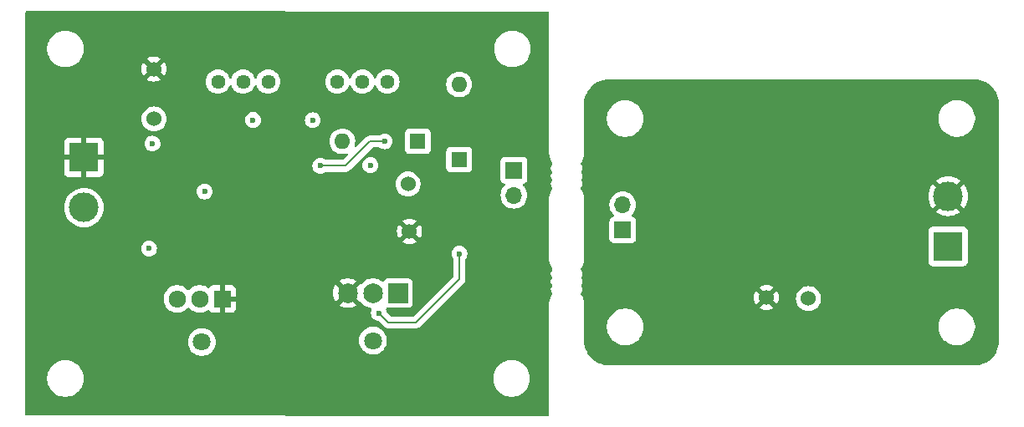
<source format=gbr>
G04 #@! TF.GenerationSoftware,KiCad,Pcbnew,8.0.6*
G04 #@! TF.CreationDate,2025-12-03T01:38:51-06:00*
G04 #@! TF.ProjectId,WirelessChargerPCB,57697265-6c65-4737-9343-686172676572,rev?*
G04 #@! TF.SameCoordinates,Original*
G04 #@! TF.FileFunction,Copper,L4,Bot*
G04 #@! TF.FilePolarity,Positive*
%FSLAX46Y46*%
G04 Gerber Fmt 4.6, Leading zero omitted, Abs format (unit mm)*
G04 Created by KiCad (PCBNEW 8.0.6) date 2025-12-03 01:38:51*
%MOMM*%
%LPD*%
G01*
G04 APERTURE LIST*
G04 #@! TA.AperFunction,ComponentPad*
%ADD10R,3.000000X3.000000*%
G04 #@! TD*
G04 #@! TA.AperFunction,ComponentPad*
%ADD11C,3.000000*%
G04 #@! TD*
G04 #@! TA.AperFunction,ComponentPad*
%ADD12R,1.700000X1.700000*%
G04 #@! TD*
G04 #@! TA.AperFunction,ComponentPad*
%ADD13O,1.700000X1.700000*%
G04 #@! TD*
G04 #@! TA.AperFunction,ComponentPad*
%ADD14R,1.600000X1.600000*%
G04 #@! TD*
G04 #@! TA.AperFunction,ComponentPad*
%ADD15O,1.600000X1.600000*%
G04 #@! TD*
G04 #@! TA.AperFunction,ComponentPad*
%ADD16C,1.800000*%
G04 #@! TD*
G04 #@! TA.AperFunction,ComponentPad*
%ADD17C,1.530000*%
G04 #@! TD*
G04 #@! TA.AperFunction,ComponentPad*
%ADD18R,1.995000X1.995000*%
G04 #@! TD*
G04 #@! TA.AperFunction,ComponentPad*
%ADD19C,1.995000*%
G04 #@! TD*
G04 #@! TA.AperFunction,ComponentPad*
%ADD20C,1.440000*%
G04 #@! TD*
G04 #@! TA.AperFunction,ComponentPad*
%ADD21R,1.710000X1.800000*%
G04 #@! TD*
G04 #@! TA.AperFunction,ComponentPad*
%ADD22O,1.710000X1.800000*%
G04 #@! TD*
G04 #@! TA.AperFunction,ViaPad*
%ADD23C,0.600000*%
G04 #@! TD*
G04 #@! TA.AperFunction,Conductor*
%ADD24C,0.200000*%
G04 #@! TD*
G04 APERTURE END LIST*
D10*
X189640000Y-102830000D03*
D11*
X189640000Y-97750000D03*
D10*
X102185000Y-93815000D03*
D11*
X102185000Y-98895000D03*
D12*
X145700000Y-95105000D03*
D13*
X145700000Y-97645000D03*
D14*
X140155000Y-94035000D03*
D15*
X140155000Y-86415000D03*
D16*
X114125000Y-112515000D03*
D17*
X135130000Y-101300000D03*
D18*
X133967500Y-107555000D03*
D19*
X131427500Y-107555000D03*
X128887500Y-107555000D03*
D17*
X171250000Y-108010000D03*
D16*
X131435000Y-112365000D03*
D12*
X156715000Y-101160000D03*
D13*
X156715000Y-98620000D03*
D17*
X109280000Y-89910000D03*
D20*
X132905000Y-86125000D03*
X130365000Y-86125000D03*
X127825000Y-86125000D03*
X120825000Y-86125000D03*
X118285000Y-86125000D03*
X115745000Y-86125000D03*
D14*
X135955000Y-92175000D03*
D15*
X128335000Y-92175000D03*
D17*
X134980000Y-96510000D03*
D21*
X116185000Y-108145000D03*
D22*
X113905000Y-108145000D03*
X111625000Y-108145000D03*
D17*
X109250000Y-84850000D03*
X175510000Y-108110000D03*
D23*
X163840000Y-96660000D03*
X138965000Y-96545000D03*
X142435000Y-96605000D03*
X119295000Y-90015000D03*
X114395000Y-97265000D03*
X108765000Y-103045000D03*
X131165000Y-94595000D03*
X125345000Y-90045000D03*
X109115000Y-92415000D03*
X126105000Y-94665000D03*
X132625000Y-92185000D03*
X140185000Y-103565000D03*
X132025000Y-109575000D03*
D24*
X126105000Y-94665000D02*
X128665000Y-94665000D01*
X128665000Y-94665000D02*
X131145000Y-92185000D01*
X131145000Y-92185000D02*
X132625000Y-92185000D01*
X137725000Y-108605000D02*
X140185000Y-106145000D01*
X132975000Y-110525000D02*
X135775000Y-110525000D01*
X135805000Y-110525000D02*
X137725000Y-108605000D01*
X140185000Y-106145000D02*
X140185000Y-103565000D01*
X135775000Y-110525000D02*
X135805000Y-110525000D01*
X132025000Y-109575000D02*
X132975000Y-110525000D01*
G04 #@! TA.AperFunction,Conductor*
G36*
X192303736Y-85890726D02*
G01*
X192593796Y-85908271D01*
X192608659Y-85910076D01*
X192890798Y-85961780D01*
X192905335Y-85965363D01*
X193179172Y-86050695D01*
X193193163Y-86056000D01*
X193454743Y-86173727D01*
X193467989Y-86180680D01*
X193713465Y-86329075D01*
X193725776Y-86337573D01*
X193951573Y-86514473D01*
X193962781Y-86524403D01*
X194165596Y-86727218D01*
X194175526Y-86738426D01*
X194295481Y-86891538D01*
X194352422Y-86964217D01*
X194360928Y-86976540D01*
X194509316Y-87222004D01*
X194516275Y-87235263D01*
X194633997Y-87496831D01*
X194639306Y-87510832D01*
X194724635Y-87784663D01*
X194728219Y-87799201D01*
X194779923Y-88081340D01*
X194781728Y-88096205D01*
X194799274Y-88386263D01*
X194799500Y-88393750D01*
X194799500Y-112386249D01*
X194799274Y-112393736D01*
X194781728Y-112683794D01*
X194779923Y-112698659D01*
X194728219Y-112980798D01*
X194724635Y-112995336D01*
X194639306Y-113269167D01*
X194633997Y-113283168D01*
X194516275Y-113544736D01*
X194509316Y-113557995D01*
X194360928Y-113803459D01*
X194352422Y-113815782D01*
X194175526Y-114041573D01*
X194165596Y-114052781D01*
X193962781Y-114255596D01*
X193951573Y-114265526D01*
X193725782Y-114442422D01*
X193713459Y-114450928D01*
X193467995Y-114599316D01*
X193454736Y-114606275D01*
X193193168Y-114723997D01*
X193179167Y-114729306D01*
X192905336Y-114814635D01*
X192890798Y-114818219D01*
X192608659Y-114869923D01*
X192593794Y-114871728D01*
X192303736Y-114889274D01*
X192296249Y-114889500D01*
X155303751Y-114889500D01*
X155296264Y-114889274D01*
X155006205Y-114871728D01*
X154991340Y-114869923D01*
X154709201Y-114818219D01*
X154694663Y-114814635D01*
X154420832Y-114729306D01*
X154406831Y-114723997D01*
X154145263Y-114606275D01*
X154132004Y-114599316D01*
X153886540Y-114450928D01*
X153874217Y-114442422D01*
X153648426Y-114265526D01*
X153637218Y-114255596D01*
X153434403Y-114052781D01*
X153424473Y-114041573D01*
X153247573Y-113815776D01*
X153239075Y-113803465D01*
X153090680Y-113557989D01*
X153083727Y-113544743D01*
X152966000Y-113283163D01*
X152960693Y-113269167D01*
X152875364Y-112995336D01*
X152871780Y-112980798D01*
X152820076Y-112698659D01*
X152818271Y-112683794D01*
X152800726Y-112393736D01*
X152800500Y-112386249D01*
X152800500Y-110848711D01*
X155099500Y-110848711D01*
X155099500Y-111091288D01*
X155131161Y-111331785D01*
X155193947Y-111566104D01*
X155286773Y-111790205D01*
X155286776Y-111790212D01*
X155408064Y-112000289D01*
X155408066Y-112000292D01*
X155408067Y-112000293D01*
X155555733Y-112192736D01*
X155555739Y-112192743D01*
X155727256Y-112364260D01*
X155727263Y-112364266D01*
X155765669Y-112393736D01*
X155919711Y-112511936D01*
X156129788Y-112633224D01*
X156353900Y-112726054D01*
X156588211Y-112788838D01*
X156768586Y-112812584D01*
X156828711Y-112820500D01*
X156828712Y-112820500D01*
X157071289Y-112820500D01*
X157119388Y-112814167D01*
X157311789Y-112788838D01*
X157546100Y-112726054D01*
X157770212Y-112633224D01*
X157980289Y-112511936D01*
X158172738Y-112364265D01*
X158344265Y-112192738D01*
X158491936Y-112000289D01*
X158613224Y-111790212D01*
X158706054Y-111566100D01*
X158768838Y-111331789D01*
X158800500Y-111091288D01*
X158800500Y-110848712D01*
X158800500Y-110848711D01*
X188669500Y-110848711D01*
X188669500Y-111091288D01*
X188701161Y-111331785D01*
X188763947Y-111566104D01*
X188856773Y-111790205D01*
X188856776Y-111790212D01*
X188978064Y-112000289D01*
X188978066Y-112000292D01*
X188978067Y-112000293D01*
X189125733Y-112192736D01*
X189125739Y-112192743D01*
X189297256Y-112364260D01*
X189297263Y-112364266D01*
X189335669Y-112393736D01*
X189489711Y-112511936D01*
X189699788Y-112633224D01*
X189923900Y-112726054D01*
X190158211Y-112788838D01*
X190338586Y-112812584D01*
X190398711Y-112820500D01*
X190398712Y-112820500D01*
X190641289Y-112820500D01*
X190689388Y-112814167D01*
X190881789Y-112788838D01*
X191116100Y-112726054D01*
X191340212Y-112633224D01*
X191550289Y-112511936D01*
X191742738Y-112364265D01*
X191914265Y-112192738D01*
X192061936Y-112000289D01*
X192183224Y-111790212D01*
X192276054Y-111566100D01*
X192338838Y-111331789D01*
X192370500Y-111091288D01*
X192370500Y-110848712D01*
X192338838Y-110608211D01*
X192276054Y-110373900D01*
X192183224Y-110149788D01*
X192061936Y-109939711D01*
X191914265Y-109747262D01*
X191914260Y-109747256D01*
X191742743Y-109575739D01*
X191742736Y-109575733D01*
X191550293Y-109428067D01*
X191550292Y-109428066D01*
X191550289Y-109428064D01*
X191340212Y-109306776D01*
X191332844Y-109303724D01*
X191116104Y-109213947D01*
X190998944Y-109182554D01*
X190881789Y-109151162D01*
X190881788Y-109151161D01*
X190881785Y-109151161D01*
X190641289Y-109119500D01*
X190641288Y-109119500D01*
X190398712Y-109119500D01*
X190398711Y-109119500D01*
X190158214Y-109151161D01*
X189923895Y-109213947D01*
X189699794Y-109306773D01*
X189699785Y-109306777D01*
X189489706Y-109428067D01*
X189297263Y-109575733D01*
X189297256Y-109575739D01*
X189125739Y-109747256D01*
X189125733Y-109747263D01*
X188978067Y-109939706D01*
X188856777Y-110149785D01*
X188856773Y-110149794D01*
X188763947Y-110373895D01*
X188701161Y-110608214D01*
X188669500Y-110848711D01*
X158800500Y-110848711D01*
X158768838Y-110608211D01*
X158706054Y-110373900D01*
X158613224Y-110149788D01*
X158491936Y-109939711D01*
X158344265Y-109747262D01*
X158344260Y-109747256D01*
X158172743Y-109575739D01*
X158172736Y-109575733D01*
X157980293Y-109428067D01*
X157980292Y-109428066D01*
X157980289Y-109428064D01*
X157770212Y-109306776D01*
X157762844Y-109303724D01*
X157546104Y-109213947D01*
X157428944Y-109182554D01*
X157311789Y-109151162D01*
X157311788Y-109151161D01*
X157311785Y-109151161D01*
X157071289Y-109119500D01*
X157071288Y-109119500D01*
X156828712Y-109119500D01*
X156828711Y-109119500D01*
X156588214Y-109151161D01*
X156353895Y-109213947D01*
X156129794Y-109306773D01*
X156129785Y-109306777D01*
X155919706Y-109428067D01*
X155727263Y-109575733D01*
X155727256Y-109575739D01*
X155555739Y-109747256D01*
X155555733Y-109747263D01*
X155408067Y-109939706D01*
X155286777Y-110149785D01*
X155286773Y-110149794D01*
X155193947Y-110373895D01*
X155131161Y-110608214D01*
X155099500Y-110848711D01*
X152800500Y-110848711D01*
X152800500Y-108573374D01*
X152800500Y-108573371D01*
X152764458Y-108322692D01*
X152693107Y-108079693D01*
X152693106Y-108079691D01*
X152693105Y-108079687D01*
X152661280Y-108009999D01*
X169980168Y-108009999D01*
X169980168Y-108010000D01*
X169999459Y-108230499D01*
X169999461Y-108230509D01*
X170056745Y-108444300D01*
X170056749Y-108444309D01*
X170150295Y-108644919D01*
X170196103Y-108710341D01*
X170196105Y-108710342D01*
X170758871Y-108147575D01*
X170774755Y-108206853D01*
X170841898Y-108323147D01*
X170936853Y-108418102D01*
X171053147Y-108485245D01*
X171112424Y-108501128D01*
X170549656Y-109063894D01*
X170615083Y-109109706D01*
X170615085Y-109109707D01*
X170815690Y-109203250D01*
X170815699Y-109203254D01*
X171029490Y-109260538D01*
X171029500Y-109260540D01*
X171249999Y-109279832D01*
X171250001Y-109279832D01*
X171470499Y-109260540D01*
X171470509Y-109260538D01*
X171684300Y-109203254D01*
X171684309Y-109203250D01*
X171884915Y-109109706D01*
X171950342Y-109063894D01*
X171387575Y-108501127D01*
X171446853Y-108485245D01*
X171563147Y-108418102D01*
X171658102Y-108323147D01*
X171725245Y-108206853D01*
X171741128Y-108147575D01*
X172303894Y-108710342D01*
X172349706Y-108644915D01*
X172443250Y-108444309D01*
X172443254Y-108444300D01*
X172500538Y-108230509D01*
X172500540Y-108230499D01*
X172511083Y-108109998D01*
X174239666Y-108109998D01*
X174239666Y-108110001D01*
X174258964Y-108330585D01*
X174258965Y-108330592D01*
X174316275Y-108544475D01*
X174316279Y-108544486D01*
X174393619Y-108710342D01*
X174409858Y-108745167D01*
X174536868Y-108926555D01*
X174693445Y-109083132D01*
X174874833Y-109210142D01*
X174982909Y-109260538D01*
X175075513Y-109303720D01*
X175075515Y-109303720D01*
X175075520Y-109303723D01*
X175289409Y-109361035D01*
X175446974Y-109374820D01*
X175509998Y-109380334D01*
X175510000Y-109380334D01*
X175510002Y-109380334D01*
X175565147Y-109375509D01*
X175730591Y-109361035D01*
X175944480Y-109303723D01*
X176145167Y-109210142D01*
X176326555Y-109083132D01*
X176483132Y-108926555D01*
X176610142Y-108745167D01*
X176703723Y-108544480D01*
X176761035Y-108330591D01*
X176780334Y-108110000D01*
X176777459Y-108077143D01*
X176765711Y-107942857D01*
X176761035Y-107889409D01*
X176703723Y-107675520D01*
X176610142Y-107474833D01*
X176483132Y-107293445D01*
X176326555Y-107136868D01*
X176145167Y-107009858D01*
X176145163Y-107009856D01*
X175944486Y-106916279D01*
X175944475Y-106916275D01*
X175730592Y-106858965D01*
X175730585Y-106858964D01*
X175510002Y-106839666D01*
X175509998Y-106839666D01*
X175289414Y-106858964D01*
X175289407Y-106858965D01*
X175075524Y-106916275D01*
X175075513Y-106916279D01*
X174874836Y-107009856D01*
X174874834Y-107009857D01*
X174693444Y-107136868D01*
X174536868Y-107293444D01*
X174409857Y-107474834D01*
X174409856Y-107474836D01*
X174316279Y-107675513D01*
X174316275Y-107675524D01*
X174258965Y-107889407D01*
X174258964Y-107889414D01*
X174239666Y-108109998D01*
X172511083Y-108109998D01*
X172519832Y-108010000D01*
X172519832Y-108009999D01*
X172500540Y-107789500D01*
X172500538Y-107789490D01*
X172443254Y-107575699D01*
X172443250Y-107575690D01*
X172349707Y-107375085D01*
X172349706Y-107375083D01*
X172303894Y-107309657D01*
X172303894Y-107309656D01*
X171741127Y-107872423D01*
X171725245Y-107813147D01*
X171658102Y-107696853D01*
X171563147Y-107601898D01*
X171446853Y-107534755D01*
X171387575Y-107518872D01*
X171950342Y-106956105D01*
X171950341Y-106956103D01*
X171884919Y-106910295D01*
X171684309Y-106816749D01*
X171684300Y-106816745D01*
X171470509Y-106759461D01*
X171470499Y-106759459D01*
X171250001Y-106740168D01*
X171249999Y-106740168D01*
X171029500Y-106759459D01*
X171029490Y-106759461D01*
X170815699Y-106816745D01*
X170815690Y-106816749D01*
X170615084Y-106910293D01*
X170549657Y-106956104D01*
X171112424Y-107518871D01*
X171053147Y-107534755D01*
X170936853Y-107601898D01*
X170841898Y-107696853D01*
X170774755Y-107813147D01*
X170758871Y-107872424D01*
X170196104Y-107309657D01*
X170150293Y-107375084D01*
X170056749Y-107575690D01*
X170056745Y-107575699D01*
X169999461Y-107789490D01*
X169999459Y-107789500D01*
X169980168Y-108009999D01*
X152661280Y-108009999D01*
X152587906Y-107849333D01*
X152587893Y-107849310D01*
X152473926Y-107671973D01*
X152454241Y-107604934D01*
X152473926Y-107537894D01*
X152490556Y-107517257D01*
X152530500Y-107477314D01*
X152596392Y-107363186D01*
X152630500Y-107235892D01*
X152630500Y-107104108D01*
X152596392Y-106976814D01*
X152530500Y-106862686D01*
X152525495Y-106857681D01*
X152492010Y-106796358D01*
X152496994Y-106726666D01*
X152525495Y-106682319D01*
X152530500Y-106677314D01*
X152596392Y-106563186D01*
X152630500Y-106435892D01*
X152630500Y-106304108D01*
X152596392Y-106176814D01*
X152530500Y-106062686D01*
X152525495Y-106057681D01*
X152492010Y-105996358D01*
X152496994Y-105926666D01*
X152525495Y-105882319D01*
X152530500Y-105877314D01*
X152596392Y-105763186D01*
X152630500Y-105635892D01*
X152630500Y-105504108D01*
X152596392Y-105376814D01*
X152530500Y-105262686D01*
X152530496Y-105262682D01*
X152490559Y-105222744D01*
X152457075Y-105161421D01*
X152462060Y-105091729D01*
X152473922Y-105068031D01*
X152587900Y-104890678D01*
X152587903Y-104890670D01*
X152587906Y-104890666D01*
X152693105Y-104660312D01*
X152693105Y-104660310D01*
X152693107Y-104660307D01*
X152764458Y-104417308D01*
X152800500Y-104166629D01*
X152800500Y-104040000D01*
X152800500Y-103974108D01*
X152800500Y-98619999D01*
X155359341Y-98619999D01*
X155359341Y-98620000D01*
X155379936Y-98855403D01*
X155379938Y-98855413D01*
X155441094Y-99083655D01*
X155441096Y-99083659D01*
X155441097Y-99083663D01*
X155540965Y-99297830D01*
X155540967Y-99297834D01*
X155649281Y-99452521D01*
X155676501Y-99491396D01*
X155676506Y-99491402D01*
X155798430Y-99613326D01*
X155831915Y-99674649D01*
X155826931Y-99744341D01*
X155785059Y-99800274D01*
X155754083Y-99817189D01*
X155622669Y-99866203D01*
X155622664Y-99866206D01*
X155507455Y-99952452D01*
X155507452Y-99952455D01*
X155421206Y-100067664D01*
X155421202Y-100067671D01*
X155370908Y-100202517D01*
X155364501Y-100262116D01*
X155364501Y-100262123D01*
X155364500Y-100262135D01*
X155364500Y-102057870D01*
X155364501Y-102057876D01*
X155370908Y-102117483D01*
X155421202Y-102252328D01*
X155421206Y-102252335D01*
X155507452Y-102367544D01*
X155507455Y-102367547D01*
X155622664Y-102453793D01*
X155622671Y-102453797D01*
X155757517Y-102504091D01*
X155757516Y-102504091D01*
X155764444Y-102504835D01*
X155817127Y-102510500D01*
X157612872Y-102510499D01*
X157672483Y-102504091D01*
X157807331Y-102453796D01*
X157922546Y-102367546D01*
X158008796Y-102252331D01*
X158059091Y-102117483D01*
X158065500Y-102057873D01*
X158065500Y-101282135D01*
X187639500Y-101282135D01*
X187639500Y-104377870D01*
X187639501Y-104377876D01*
X187645908Y-104437483D01*
X187696202Y-104572328D01*
X187696206Y-104572335D01*
X187782452Y-104687544D01*
X187782455Y-104687547D01*
X187897664Y-104773793D01*
X187897671Y-104773797D01*
X188032517Y-104824091D01*
X188032516Y-104824091D01*
X188039444Y-104824835D01*
X188092127Y-104830500D01*
X191187872Y-104830499D01*
X191247483Y-104824091D01*
X191382331Y-104773796D01*
X191497546Y-104687546D01*
X191583796Y-104572331D01*
X191634091Y-104437483D01*
X191640500Y-104377873D01*
X191640499Y-101282128D01*
X191634091Y-101222517D01*
X191583796Y-101087669D01*
X191583795Y-101087668D01*
X191583793Y-101087664D01*
X191497547Y-100972455D01*
X191497544Y-100972452D01*
X191382335Y-100886206D01*
X191382328Y-100886202D01*
X191247482Y-100835908D01*
X191247483Y-100835908D01*
X191187883Y-100829501D01*
X191187881Y-100829500D01*
X191187873Y-100829500D01*
X191187864Y-100829500D01*
X188092129Y-100829500D01*
X188092123Y-100829501D01*
X188032516Y-100835908D01*
X187897671Y-100886202D01*
X187897664Y-100886206D01*
X187782455Y-100972452D01*
X187782452Y-100972455D01*
X187696206Y-101087664D01*
X187696202Y-101087671D01*
X187645908Y-101222517D01*
X187639501Y-101282116D01*
X187639501Y-101282123D01*
X187639500Y-101282135D01*
X158065500Y-101282135D01*
X158065499Y-100262128D01*
X158059091Y-100202517D01*
X158008796Y-100067669D01*
X158008795Y-100067668D01*
X158008793Y-100067664D01*
X157922547Y-99952455D01*
X157922544Y-99952452D01*
X157807335Y-99866206D01*
X157807328Y-99866202D01*
X157675917Y-99817189D01*
X157619983Y-99775318D01*
X157595566Y-99709853D01*
X157610418Y-99641580D01*
X157631563Y-99613332D01*
X157753495Y-99491401D01*
X157889035Y-99297830D01*
X157988903Y-99083663D01*
X158050063Y-98855408D01*
X158070659Y-98620000D01*
X158050063Y-98384592D01*
X157988903Y-98156337D01*
X157889035Y-97942171D01*
X157806889Y-97824853D01*
X157754475Y-97749998D01*
X187634891Y-97749998D01*
X187634891Y-97750001D01*
X187655300Y-98035362D01*
X187716109Y-98314895D01*
X187816091Y-98582958D01*
X187953191Y-98834038D01*
X187953196Y-98834046D01*
X188059882Y-98976561D01*
X188059883Y-98976562D01*
X188954767Y-98081677D01*
X188966497Y-98109995D01*
X189049670Y-98234472D01*
X189155528Y-98340330D01*
X189280005Y-98423503D01*
X189308320Y-98435231D01*
X188413436Y-99330115D01*
X188555960Y-99436807D01*
X188555961Y-99436808D01*
X188807042Y-99573908D01*
X188807041Y-99573908D01*
X189075104Y-99673890D01*
X189354637Y-99734699D01*
X189639999Y-99755109D01*
X189640001Y-99755109D01*
X189925362Y-99734699D01*
X190204895Y-99673890D01*
X190472958Y-99573908D01*
X190724047Y-99436803D01*
X190866561Y-99330116D01*
X190866562Y-99330115D01*
X189971679Y-98435231D01*
X189999995Y-98423503D01*
X190124472Y-98340330D01*
X190230330Y-98234472D01*
X190313503Y-98109995D01*
X190325231Y-98081678D01*
X191220115Y-98976562D01*
X191220116Y-98976561D01*
X191326803Y-98834047D01*
X191463908Y-98582958D01*
X191563890Y-98314895D01*
X191624699Y-98035362D01*
X191645109Y-97750001D01*
X191645109Y-97749998D01*
X191624699Y-97464637D01*
X191563890Y-97185104D01*
X191463908Y-96917041D01*
X191326808Y-96665961D01*
X191326807Y-96665960D01*
X191220115Y-96523436D01*
X190325231Y-97418320D01*
X190313503Y-97390005D01*
X190230330Y-97265528D01*
X190124472Y-97159670D01*
X189999995Y-97076497D01*
X189971678Y-97064767D01*
X190866562Y-96169883D01*
X190866561Y-96169882D01*
X190724046Y-96063196D01*
X190724038Y-96063191D01*
X190472957Y-95926091D01*
X190472958Y-95926091D01*
X190204895Y-95826109D01*
X189925362Y-95765300D01*
X189640001Y-95744891D01*
X189639999Y-95744891D01*
X189354637Y-95765300D01*
X189075104Y-95826109D01*
X188807041Y-95926091D01*
X188555961Y-96063191D01*
X188555953Y-96063196D01*
X188413437Y-96169882D01*
X188413436Y-96169883D01*
X189308321Y-97064767D01*
X189280005Y-97076497D01*
X189155528Y-97159670D01*
X189049670Y-97265528D01*
X188966497Y-97390005D01*
X188954768Y-97418321D01*
X188059883Y-96523436D01*
X188059882Y-96523437D01*
X187953196Y-96665953D01*
X187953191Y-96665961D01*
X187816091Y-96917041D01*
X187716109Y-97185104D01*
X187655300Y-97464637D01*
X187634891Y-97749998D01*
X157754475Y-97749998D01*
X157753494Y-97748597D01*
X157586402Y-97581506D01*
X157586395Y-97581501D01*
X157392834Y-97445967D01*
X157392830Y-97445965D01*
X157286636Y-97396446D01*
X157178663Y-97346097D01*
X157178659Y-97346096D01*
X157178655Y-97346094D01*
X156950413Y-97284938D01*
X156950403Y-97284936D01*
X156715001Y-97264341D01*
X156714999Y-97264341D01*
X156479596Y-97284936D01*
X156479586Y-97284938D01*
X156251344Y-97346094D01*
X156251335Y-97346098D01*
X156037171Y-97445964D01*
X156037169Y-97445965D01*
X155843597Y-97581505D01*
X155676505Y-97748597D01*
X155540965Y-97942169D01*
X155540964Y-97942171D01*
X155441098Y-98156335D01*
X155441094Y-98156344D01*
X155379938Y-98384586D01*
X155379936Y-98384596D01*
X155359341Y-98619999D01*
X152800500Y-98619999D01*
X152800500Y-97944108D01*
X152800500Y-97883371D01*
X152764458Y-97632692D01*
X152693107Y-97389693D01*
X152693106Y-97389691D01*
X152693105Y-97389687D01*
X152587906Y-97159333D01*
X152587893Y-97159310D01*
X152473926Y-96981973D01*
X152454241Y-96914934D01*
X152473926Y-96847894D01*
X152490556Y-96827257D01*
X152530500Y-96787314D01*
X152596392Y-96673186D01*
X152630500Y-96545892D01*
X152630500Y-96414108D01*
X152596392Y-96286814D01*
X152530500Y-96172686D01*
X152525495Y-96167681D01*
X152492010Y-96106358D01*
X152496994Y-96036666D01*
X152525495Y-95992319D01*
X152530500Y-95987314D01*
X152596392Y-95873186D01*
X152630500Y-95745892D01*
X152630500Y-95614108D01*
X152596392Y-95486814D01*
X152530500Y-95372686D01*
X152525495Y-95367681D01*
X152492010Y-95306358D01*
X152496994Y-95236666D01*
X152525495Y-95192319D01*
X152530500Y-95187314D01*
X152596392Y-95073186D01*
X152630500Y-94945892D01*
X152630500Y-94814108D01*
X152596392Y-94686814D01*
X152530500Y-94572686D01*
X152530496Y-94572682D01*
X152490559Y-94532744D01*
X152457075Y-94471421D01*
X152462060Y-94401729D01*
X152473922Y-94378031D01*
X152587900Y-94200678D01*
X152587903Y-94200670D01*
X152587906Y-94200666D01*
X152693105Y-93970312D01*
X152693105Y-93970310D01*
X152693107Y-93970307D01*
X152764458Y-93727308D01*
X152800500Y-93476629D01*
X152800500Y-93350000D01*
X152800500Y-93284108D01*
X152800500Y-89758711D01*
X155099500Y-89758711D01*
X155099500Y-90001288D01*
X155131161Y-90241785D01*
X155193947Y-90476104D01*
X155282631Y-90690205D01*
X155286776Y-90700212D01*
X155408064Y-90910289D01*
X155408066Y-90910292D01*
X155408067Y-90910293D01*
X155555733Y-91102736D01*
X155555739Y-91102743D01*
X155727256Y-91274260D01*
X155727262Y-91274265D01*
X155919711Y-91421936D01*
X156129788Y-91543224D01*
X156353900Y-91636054D01*
X156588211Y-91698838D01*
X156752753Y-91720500D01*
X156828711Y-91730500D01*
X156828712Y-91730500D01*
X157071289Y-91730500D01*
X157119388Y-91724167D01*
X157311789Y-91698838D01*
X157546100Y-91636054D01*
X157770212Y-91543224D01*
X157980289Y-91421936D01*
X158172738Y-91274265D01*
X158344265Y-91102738D01*
X158491936Y-90910289D01*
X158613224Y-90700212D01*
X158706054Y-90476100D01*
X158768838Y-90241789D01*
X158800500Y-90001288D01*
X158800500Y-89758712D01*
X158799183Y-89748712D01*
X158799183Y-89748711D01*
X188669500Y-89748711D01*
X188669500Y-89991288D01*
X188670816Y-90001288D01*
X188701162Y-90231789D01*
X188703842Y-90241789D01*
X188763947Y-90466104D01*
X188856773Y-90690205D01*
X188856777Y-90690214D01*
X188862551Y-90700214D01*
X188978064Y-90900289D01*
X188978066Y-90900292D01*
X188978067Y-90900293D01*
X189125733Y-91092736D01*
X189125739Y-91092743D01*
X189297256Y-91264260D01*
X189297263Y-91264266D01*
X189410321Y-91351018D01*
X189489711Y-91411936D01*
X189699788Y-91533224D01*
X189923900Y-91626054D01*
X190158211Y-91688838D01*
X190338586Y-91712584D01*
X190398711Y-91720500D01*
X190398712Y-91720500D01*
X190641289Y-91720500D01*
X190689388Y-91714167D01*
X190881789Y-91688838D01*
X191116100Y-91626054D01*
X191340212Y-91533224D01*
X191550289Y-91411936D01*
X191742738Y-91264265D01*
X191914265Y-91092738D01*
X192061936Y-90900289D01*
X192183224Y-90690212D01*
X192276054Y-90466100D01*
X192338838Y-90231789D01*
X192370500Y-89991288D01*
X192370500Y-89748712D01*
X192338838Y-89508211D01*
X192276054Y-89273900D01*
X192183224Y-89049788D01*
X192061936Y-88839711D01*
X191914265Y-88647262D01*
X191914260Y-88647256D01*
X191742743Y-88475739D01*
X191742736Y-88475733D01*
X191550293Y-88328067D01*
X191550292Y-88328066D01*
X191550289Y-88328064D01*
X191340212Y-88206776D01*
X191340205Y-88206773D01*
X191116104Y-88113947D01*
X190881785Y-88051161D01*
X190641289Y-88019500D01*
X190641288Y-88019500D01*
X190398712Y-88019500D01*
X190398711Y-88019500D01*
X190158214Y-88051161D01*
X189923895Y-88113947D01*
X189699794Y-88206773D01*
X189699785Y-88206777D01*
X189489706Y-88328067D01*
X189297263Y-88475733D01*
X189297256Y-88475739D01*
X189125739Y-88647256D01*
X189125733Y-88647263D01*
X188978067Y-88839706D01*
X188978064Y-88839710D01*
X188978064Y-88839711D01*
X188961817Y-88867851D01*
X188856777Y-89049785D01*
X188856773Y-89049794D01*
X188763947Y-89273895D01*
X188701161Y-89508214D01*
X188669500Y-89748711D01*
X158799183Y-89748711D01*
X158768838Y-89518214D01*
X158768838Y-89518211D01*
X158706054Y-89283900D01*
X158613224Y-89059788D01*
X158491936Y-88849711D01*
X158344265Y-88657262D01*
X158344260Y-88657256D01*
X158172743Y-88485739D01*
X158172736Y-88485733D01*
X157980293Y-88338067D01*
X157980292Y-88338066D01*
X157980289Y-88338064D01*
X157770212Y-88216776D01*
X157770205Y-88216773D01*
X157546104Y-88123947D01*
X157311785Y-88061161D01*
X157071289Y-88029500D01*
X157071288Y-88029500D01*
X156828712Y-88029500D01*
X156828711Y-88029500D01*
X156588214Y-88061161D01*
X156353895Y-88123947D01*
X156129794Y-88216773D01*
X156129785Y-88216777D01*
X155919706Y-88338067D01*
X155727263Y-88485733D01*
X155727256Y-88485739D01*
X155555739Y-88657256D01*
X155555733Y-88657263D01*
X155408067Y-88849706D01*
X155286777Y-89059785D01*
X155286773Y-89059794D01*
X155193947Y-89283895D01*
X155131161Y-89518214D01*
X155099500Y-89758711D01*
X152800500Y-89758711D01*
X152800500Y-88393750D01*
X152800726Y-88386263D01*
X152803641Y-88338067D01*
X152818271Y-88096201D01*
X152820076Y-88081340D01*
X152825607Y-88051162D01*
X152871780Y-87799197D01*
X152875364Y-87784663D01*
X152952096Y-87538422D01*
X152960696Y-87510822D01*
X152965998Y-87496841D01*
X153083731Y-87235249D01*
X153090676Y-87222016D01*
X153239080Y-86976526D01*
X153247567Y-86964230D01*
X153424480Y-86738417D01*
X153434395Y-86727226D01*
X153637226Y-86524395D01*
X153648417Y-86514480D01*
X153874230Y-86337567D01*
X153886526Y-86329080D01*
X154132016Y-86180676D01*
X154145249Y-86173731D01*
X154406841Y-86055998D01*
X154420822Y-86050696D01*
X154694668Y-85965362D01*
X154709197Y-85961780D01*
X154991344Y-85910075D01*
X155006201Y-85908271D01*
X155296264Y-85890726D01*
X155303751Y-85890500D01*
X155365892Y-85890500D01*
X192234108Y-85890500D01*
X192296249Y-85890500D01*
X192303736Y-85890726D01*
G37*
G04 #@! TD.AperFunction*
G04 #@! TA.AperFunction,Conductor*
G36*
X149140381Y-79025037D02*
G01*
X149207406Y-79044771D01*
X149253121Y-79097609D01*
X149264289Y-79149079D01*
X149259524Y-93276006D01*
X149259500Y-93276390D01*
X149259500Y-93350042D01*
X149259475Y-93423639D01*
X149259500Y-93424018D01*
X149259500Y-93476629D01*
X149276277Y-93593316D01*
X149295541Y-93727303D01*
X149295543Y-93727313D01*
X149366894Y-93970312D01*
X149472093Y-94200666D01*
X149472100Y-94200679D01*
X149586074Y-94378026D01*
X149605758Y-94445065D01*
X149586073Y-94512105D01*
X149569440Y-94532745D01*
X149529503Y-94572682D01*
X149529500Y-94572686D01*
X149463608Y-94686812D01*
X149429500Y-94814108D01*
X149429500Y-94945891D01*
X149463608Y-95073187D01*
X149490925Y-95120500D01*
X149529500Y-95187314D01*
X149529502Y-95187316D01*
X149534505Y-95192319D01*
X149567990Y-95253642D01*
X149563006Y-95323334D01*
X149534505Y-95367681D01*
X149529502Y-95372683D01*
X149529500Y-95372686D01*
X149463608Y-95486812D01*
X149429500Y-95614108D01*
X149429500Y-95745891D01*
X149463608Y-95873187D01*
X149496554Y-95930250D01*
X149529500Y-95987314D01*
X149529502Y-95987316D01*
X149534505Y-95992319D01*
X149567990Y-96053642D01*
X149563006Y-96123334D01*
X149534505Y-96167681D01*
X149529502Y-96172683D01*
X149529500Y-96172686D01*
X149463608Y-96286812D01*
X149429500Y-96414108D01*
X149429500Y-96545892D01*
X149441056Y-96589021D01*
X149463608Y-96673187D01*
X149496554Y-96730250D01*
X149529500Y-96787314D01*
X149529503Y-96787317D01*
X149569440Y-96827255D01*
X149602924Y-96888578D01*
X149597939Y-96958270D01*
X149586074Y-96981974D01*
X149472100Y-97159320D01*
X149472093Y-97159333D01*
X149366894Y-97389687D01*
X149295543Y-97632686D01*
X149295541Y-97632696D01*
X149259500Y-97883372D01*
X149259500Y-104166627D01*
X149295541Y-104417303D01*
X149295543Y-104417313D01*
X149366894Y-104660312D01*
X149472093Y-104890666D01*
X149472100Y-104890679D01*
X149586074Y-105068026D01*
X149605758Y-105135065D01*
X149586073Y-105202105D01*
X149569440Y-105222745D01*
X149529503Y-105262682D01*
X149529500Y-105262686D01*
X149463608Y-105376812D01*
X149429500Y-105504108D01*
X149429500Y-105635891D01*
X149463608Y-105763187D01*
X149470117Y-105774460D01*
X149529500Y-105877314D01*
X149529502Y-105877316D01*
X149534505Y-105882319D01*
X149567990Y-105943642D01*
X149563006Y-106013334D01*
X149534505Y-106057681D01*
X149529502Y-106062683D01*
X149529500Y-106062686D01*
X149463608Y-106176812D01*
X149431504Y-106296628D01*
X149429500Y-106304108D01*
X149429500Y-106435892D01*
X149433285Y-106450017D01*
X149463608Y-106563187D01*
X149496554Y-106620250D01*
X149529500Y-106677314D01*
X149529502Y-106677316D01*
X149534505Y-106682319D01*
X149567990Y-106743642D01*
X149563006Y-106813334D01*
X149534505Y-106857681D01*
X149529502Y-106862683D01*
X149529500Y-106862686D01*
X149463608Y-106976812D01*
X149429500Y-107104108D01*
X149429500Y-107235892D01*
X149439585Y-107273529D01*
X149463608Y-107363187D01*
X149496554Y-107420250D01*
X149529500Y-107477314D01*
X149529503Y-107477317D01*
X149569440Y-107517255D01*
X149602924Y-107578578D01*
X149597939Y-107648270D01*
X149586074Y-107671974D01*
X149472100Y-107849320D01*
X149472093Y-107849333D01*
X149366894Y-108079687D01*
X149295543Y-108322686D01*
X149295541Y-108322696D01*
X149259500Y-108573372D01*
X149259500Y-108699999D01*
X149254764Y-119870090D01*
X149235051Y-119937121D01*
X149182228Y-119982853D01*
X149130672Y-119994037D01*
X96379555Y-119954961D01*
X96312530Y-119935227D01*
X96266815Y-119882389D01*
X96255647Y-119830933D01*
X96256540Y-116083711D01*
X98454500Y-116083711D01*
X98454500Y-116326288D01*
X98486161Y-116566785D01*
X98548947Y-116801104D01*
X98641773Y-117025205D01*
X98641776Y-117025212D01*
X98763064Y-117235289D01*
X98763066Y-117235292D01*
X98763067Y-117235293D01*
X98910733Y-117427736D01*
X98910739Y-117427743D01*
X99082256Y-117599260D01*
X99082262Y-117599265D01*
X99274711Y-117746936D01*
X99484788Y-117868224D01*
X99708900Y-117961054D01*
X99943211Y-118023838D01*
X100123586Y-118047584D01*
X100183711Y-118055500D01*
X100183712Y-118055500D01*
X100426289Y-118055500D01*
X100474388Y-118049167D01*
X100666789Y-118023838D01*
X100901100Y-117961054D01*
X101125212Y-117868224D01*
X101335289Y-117746936D01*
X101527738Y-117599265D01*
X101699265Y-117427738D01*
X101846936Y-117235289D01*
X101968224Y-117025212D01*
X102061054Y-116801100D01*
X102123838Y-116566789D01*
X102155500Y-116326288D01*
X102155500Y-116083712D01*
X102155500Y-116083711D01*
X143614500Y-116083711D01*
X143614500Y-116326288D01*
X143646161Y-116566785D01*
X143708947Y-116801104D01*
X143801773Y-117025205D01*
X143801776Y-117025212D01*
X143923064Y-117235289D01*
X143923066Y-117235292D01*
X143923067Y-117235293D01*
X144070733Y-117427736D01*
X144070739Y-117427743D01*
X144242256Y-117599260D01*
X144242262Y-117599265D01*
X144434711Y-117746936D01*
X144644788Y-117868224D01*
X144868900Y-117961054D01*
X145103211Y-118023838D01*
X145283586Y-118047584D01*
X145343711Y-118055500D01*
X145343712Y-118055500D01*
X145586289Y-118055500D01*
X145634388Y-118049167D01*
X145826789Y-118023838D01*
X146061100Y-117961054D01*
X146285212Y-117868224D01*
X146495289Y-117746936D01*
X146687738Y-117599265D01*
X146859265Y-117427738D01*
X147006936Y-117235289D01*
X147128224Y-117025212D01*
X147221054Y-116801100D01*
X147283838Y-116566789D01*
X147315500Y-116326288D01*
X147315500Y-116083712D01*
X147283838Y-115843211D01*
X147221054Y-115608900D01*
X147128224Y-115384788D01*
X147006936Y-115174711D01*
X146859265Y-114982262D01*
X146859260Y-114982256D01*
X146687743Y-114810739D01*
X146687736Y-114810733D01*
X146495293Y-114663067D01*
X146495292Y-114663066D01*
X146495289Y-114663064D01*
X146285212Y-114541776D01*
X146285205Y-114541773D01*
X146061104Y-114448947D01*
X145826785Y-114386161D01*
X145586289Y-114354500D01*
X145586288Y-114354500D01*
X145343712Y-114354500D01*
X145343711Y-114354500D01*
X145103214Y-114386161D01*
X144868895Y-114448947D01*
X144644794Y-114541773D01*
X144644785Y-114541777D01*
X144434706Y-114663067D01*
X144242263Y-114810733D01*
X144242256Y-114810739D01*
X144070739Y-114982256D01*
X144070733Y-114982263D01*
X143923067Y-115174706D01*
X143801777Y-115384785D01*
X143801773Y-115384794D01*
X143708947Y-115608895D01*
X143646161Y-115843214D01*
X143614500Y-116083711D01*
X102155500Y-116083711D01*
X102123838Y-115843211D01*
X102061054Y-115608900D01*
X101968224Y-115384788D01*
X101846936Y-115174711D01*
X101699265Y-114982262D01*
X101699260Y-114982256D01*
X101527743Y-114810739D01*
X101527736Y-114810733D01*
X101335293Y-114663067D01*
X101335292Y-114663066D01*
X101335289Y-114663064D01*
X101125212Y-114541776D01*
X101125205Y-114541773D01*
X100901104Y-114448947D01*
X100666785Y-114386161D01*
X100426289Y-114354500D01*
X100426288Y-114354500D01*
X100183712Y-114354500D01*
X100183711Y-114354500D01*
X99943214Y-114386161D01*
X99708895Y-114448947D01*
X99484794Y-114541773D01*
X99484785Y-114541777D01*
X99274706Y-114663067D01*
X99082263Y-114810733D01*
X99082256Y-114810739D01*
X98910739Y-114982256D01*
X98910733Y-114982263D01*
X98763067Y-115174706D01*
X98641777Y-115384785D01*
X98641773Y-115384794D01*
X98548947Y-115608895D01*
X98486161Y-115843214D01*
X98454500Y-116083711D01*
X96256540Y-116083711D01*
X96257390Y-112514993D01*
X112719700Y-112514993D01*
X112719700Y-112515006D01*
X112738864Y-112746297D01*
X112738866Y-112746308D01*
X112795842Y-112971300D01*
X112889075Y-113183848D01*
X113016016Y-113378147D01*
X113016019Y-113378151D01*
X113016021Y-113378153D01*
X113173216Y-113548913D01*
X113173219Y-113548915D01*
X113173222Y-113548918D01*
X113356365Y-113691464D01*
X113356371Y-113691468D01*
X113356374Y-113691470D01*
X113560497Y-113801936D01*
X113674487Y-113841068D01*
X113780015Y-113877297D01*
X113780017Y-113877297D01*
X113780019Y-113877298D01*
X114008951Y-113915500D01*
X114008952Y-113915500D01*
X114241048Y-113915500D01*
X114241049Y-113915500D01*
X114469981Y-113877298D01*
X114689503Y-113801936D01*
X114893626Y-113691470D01*
X114944420Y-113651936D01*
X114955129Y-113643600D01*
X115076784Y-113548913D01*
X115233979Y-113378153D01*
X115360924Y-113183849D01*
X115454157Y-112971300D01*
X115511134Y-112746305D01*
X115530300Y-112515000D01*
X115530300Y-112514993D01*
X115517871Y-112364993D01*
X130029700Y-112364993D01*
X130029700Y-112365006D01*
X130048864Y-112596297D01*
X130048866Y-112596308D01*
X130105842Y-112821300D01*
X130199075Y-113033848D01*
X130326016Y-113228147D01*
X130326019Y-113228151D01*
X130326021Y-113228153D01*
X130483216Y-113398913D01*
X130483219Y-113398915D01*
X130483222Y-113398918D01*
X130666365Y-113541464D01*
X130666371Y-113541468D01*
X130666374Y-113541470D01*
X130870497Y-113651936D01*
X130984487Y-113691068D01*
X131090015Y-113727297D01*
X131090017Y-113727297D01*
X131090019Y-113727298D01*
X131318951Y-113765500D01*
X131318952Y-113765500D01*
X131551048Y-113765500D01*
X131551049Y-113765500D01*
X131779981Y-113727298D01*
X131999503Y-113651936D01*
X132203626Y-113541470D01*
X132386784Y-113398913D01*
X132543979Y-113228153D01*
X132670924Y-113033849D01*
X132764157Y-112821300D01*
X132821134Y-112596305D01*
X132821135Y-112596297D01*
X132840300Y-112365006D01*
X132840300Y-112364993D01*
X132821135Y-112133702D01*
X132821133Y-112133691D01*
X132764157Y-111908699D01*
X132670924Y-111696151D01*
X132543983Y-111501852D01*
X132543980Y-111501849D01*
X132543979Y-111501847D01*
X132386784Y-111331087D01*
X132386779Y-111331083D01*
X132386777Y-111331081D01*
X132203634Y-111188535D01*
X132203628Y-111188531D01*
X131999504Y-111078064D01*
X131999495Y-111078061D01*
X131779984Y-111002702D01*
X131608282Y-110974050D01*
X131551049Y-110964500D01*
X131318951Y-110964500D01*
X131273164Y-110972140D01*
X131090015Y-111002702D01*
X130870504Y-111078061D01*
X130870495Y-111078064D01*
X130666371Y-111188531D01*
X130666365Y-111188535D01*
X130483222Y-111331081D01*
X130483219Y-111331084D01*
X130483216Y-111331086D01*
X130483216Y-111331087D01*
X130476360Y-111338535D01*
X130326016Y-111501852D01*
X130199075Y-111696151D01*
X130105842Y-111908699D01*
X130048866Y-112133691D01*
X130048864Y-112133702D01*
X130029700Y-112364993D01*
X115517871Y-112364993D01*
X115511135Y-112283702D01*
X115511133Y-112283691D01*
X115454157Y-112058699D01*
X115360924Y-111846151D01*
X115233983Y-111651852D01*
X115233980Y-111651849D01*
X115233979Y-111651847D01*
X115076784Y-111481087D01*
X115076779Y-111481083D01*
X115076777Y-111481081D01*
X114893634Y-111338535D01*
X114893628Y-111338531D01*
X114689504Y-111228064D01*
X114689495Y-111228061D01*
X114469984Y-111152702D01*
X114298282Y-111124050D01*
X114241049Y-111114500D01*
X114008951Y-111114500D01*
X113963164Y-111122140D01*
X113780015Y-111152702D01*
X113560504Y-111228061D01*
X113560495Y-111228064D01*
X113356371Y-111338531D01*
X113356365Y-111338535D01*
X113173222Y-111481081D01*
X113173219Y-111481084D01*
X113016016Y-111651852D01*
X112889075Y-111846151D01*
X112795842Y-112058699D01*
X112738866Y-112283691D01*
X112738864Y-112283702D01*
X112719700Y-112514993D01*
X96257390Y-112514993D01*
X96258467Y-107993320D01*
X110269500Y-107993320D01*
X110269500Y-108296680D01*
X110297998Y-108476610D01*
X110302877Y-108507414D01*
X110368810Y-108710335D01*
X110439572Y-108849211D01*
X110465673Y-108900437D01*
X110591083Y-109073049D01*
X110741951Y-109223917D01*
X110914563Y-109349327D01*
X111004379Y-109395090D01*
X111104664Y-109446189D01*
X111104666Y-109446189D01*
X111104669Y-109446191D01*
X111307586Y-109512123D01*
X111518320Y-109545500D01*
X111518321Y-109545500D01*
X111731679Y-109545500D01*
X111731680Y-109545500D01*
X111942414Y-109512123D01*
X112145331Y-109446191D01*
X112335437Y-109349327D01*
X112508049Y-109223917D01*
X112658917Y-109073049D01*
X112664683Y-109065112D01*
X112720011Y-109022448D01*
X112789624Y-109016469D01*
X112851420Y-109049074D01*
X112865312Y-109065106D01*
X112871083Y-109073049D01*
X113021951Y-109223917D01*
X113194563Y-109349327D01*
X113284379Y-109395090D01*
X113384664Y-109446189D01*
X113384666Y-109446189D01*
X113384669Y-109446191D01*
X113587586Y-109512123D01*
X113798320Y-109545500D01*
X113798321Y-109545500D01*
X114011679Y-109545500D01*
X114011680Y-109545500D01*
X114222414Y-109512123D01*
X114425331Y-109446191D01*
X114615437Y-109349327D01*
X114722386Y-109271623D01*
X114788191Y-109248143D01*
X114856245Y-109263968D01*
X114894537Y-109297630D01*
X114972809Y-109402187D01*
X114972812Y-109402190D01*
X115087906Y-109488350D01*
X115087913Y-109488354D01*
X115222620Y-109538596D01*
X115222627Y-109538598D01*
X115282155Y-109544999D01*
X115282172Y-109545000D01*
X115935000Y-109545000D01*
X115935000Y-108578012D01*
X115992007Y-108610925D01*
X116119174Y-108645000D01*
X116250826Y-108645000D01*
X116377993Y-108610925D01*
X116435000Y-108578012D01*
X116435000Y-109545000D01*
X117087828Y-109545000D01*
X117087844Y-109544999D01*
X117147372Y-109538598D01*
X117147379Y-109538596D01*
X117282086Y-109488354D01*
X117282093Y-109488350D01*
X117397187Y-109402190D01*
X117397190Y-109402187D01*
X117483350Y-109287093D01*
X117483354Y-109287086D01*
X117533596Y-109152379D01*
X117533598Y-109152372D01*
X117539999Y-109092844D01*
X117540000Y-109092827D01*
X117540000Y-108395000D01*
X116618012Y-108395000D01*
X116650925Y-108337993D01*
X116685000Y-108210826D01*
X116685000Y-108079174D01*
X116650925Y-107952007D01*
X116618012Y-107895000D01*
X117540000Y-107895000D01*
X117540000Y-107554994D01*
X127384868Y-107554994D01*
X127384868Y-107555005D01*
X127405360Y-107802316D01*
X127405362Y-107802328D01*
X127466284Y-108042904D01*
X127565974Y-108270173D01*
X127665869Y-108423074D01*
X128274976Y-107813968D01*
X128298184Y-107869996D01*
X128370961Y-107978913D01*
X128463587Y-108071539D01*
X128572504Y-108144316D01*
X128628530Y-108167522D01*
X128019225Y-108776827D01*
X128065640Y-108812954D01*
X128065643Y-108812956D01*
X128283893Y-108931066D01*
X128283907Y-108931072D01*
X128518623Y-109011651D01*
X128763415Y-109052500D01*
X129011585Y-109052500D01*
X129256376Y-109011651D01*
X129491092Y-108931072D01*
X129491106Y-108931066D01*
X129709358Y-108812955D01*
X129709364Y-108812950D01*
X129755773Y-108776828D01*
X129755774Y-108776826D01*
X129146470Y-108167522D01*
X129202496Y-108144316D01*
X129311413Y-108071539D01*
X129404039Y-107978913D01*
X129476816Y-107869996D01*
X129500022Y-107813969D01*
X130109127Y-108423074D01*
X130123937Y-108421539D01*
X130192650Y-108434202D01*
X130237724Y-108474535D01*
X130238163Y-108474194D01*
X130240044Y-108476610D01*
X130240535Y-108477050D01*
X130241312Y-108478239D01*
X130241314Y-108478241D01*
X130241316Y-108478244D01*
X130409455Y-108660892D01*
X130605364Y-108813373D01*
X130783996Y-108910044D01*
X130822840Y-108931066D01*
X130823698Y-108931530D01*
X130863471Y-108945184D01*
X131058500Y-109012138D01*
X131139340Y-109025627D01*
X131214060Y-109038096D01*
X131276946Y-109068546D01*
X131313385Y-109128161D01*
X131311810Y-109198013D01*
X131302022Y-109219104D01*
X131302231Y-109219205D01*
X131299213Y-109225470D01*
X131239631Y-109395745D01*
X131239630Y-109395750D01*
X131219435Y-109574996D01*
X131219435Y-109575003D01*
X131239630Y-109754249D01*
X131239631Y-109754254D01*
X131299211Y-109924523D01*
X131395184Y-110077262D01*
X131522738Y-110204816D01*
X131675478Y-110300789D01*
X131845745Y-110360368D01*
X131932669Y-110370161D01*
X131997080Y-110397226D01*
X132006465Y-110405700D01*
X132490139Y-110889374D01*
X132490149Y-110889385D01*
X132494479Y-110893715D01*
X132494480Y-110893716D01*
X132606284Y-111005520D01*
X132693095Y-111055639D01*
X132693097Y-111055641D01*
X132731151Y-111077611D01*
X132743215Y-111084577D01*
X132895943Y-111125501D01*
X132895946Y-111125501D01*
X133061653Y-111125501D01*
X133061669Y-111125500D01*
X135695943Y-111125500D01*
X135718331Y-111125500D01*
X135718347Y-111125501D01*
X135725943Y-111125501D01*
X135884054Y-111125501D01*
X135884057Y-111125501D01*
X136036785Y-111084577D01*
X136086904Y-111055639D01*
X136173716Y-111005520D01*
X136285520Y-110893716D01*
X136285520Y-110893714D01*
X136295728Y-110883507D01*
X136295729Y-110883504D01*
X138205519Y-108973716D01*
X140543506Y-106635727D01*
X140543511Y-106635724D01*
X140553714Y-106625520D01*
X140553716Y-106625520D01*
X140665520Y-106513716D01*
X140744577Y-106376784D01*
X140785500Y-106224057D01*
X140785500Y-104147412D01*
X140805185Y-104080373D01*
X140812555Y-104070097D01*
X140814810Y-104067267D01*
X140814816Y-104067262D01*
X140910789Y-103914522D01*
X140970368Y-103744255D01*
X140990565Y-103565000D01*
X140988566Y-103547262D01*
X140970369Y-103385750D01*
X140970368Y-103385745D01*
X140910788Y-103215476D01*
X140814815Y-103062737D01*
X140687262Y-102935184D01*
X140534523Y-102839211D01*
X140364254Y-102779631D01*
X140364249Y-102779630D01*
X140185004Y-102759435D01*
X140184996Y-102759435D01*
X140005750Y-102779630D01*
X140005745Y-102779631D01*
X139835476Y-102839211D01*
X139682737Y-102935184D01*
X139555184Y-103062737D01*
X139459211Y-103215476D01*
X139399631Y-103385745D01*
X139399630Y-103385750D01*
X139379435Y-103564996D01*
X139379435Y-103565003D01*
X139399630Y-103744249D01*
X139399631Y-103744254D01*
X139459211Y-103914523D01*
X139555185Y-104067263D01*
X139557445Y-104070097D01*
X139558334Y-104072275D01*
X139558889Y-104073158D01*
X139558734Y-104073255D01*
X139583855Y-104134783D01*
X139584500Y-104147412D01*
X139584500Y-105844903D01*
X139564815Y-105911942D01*
X139548181Y-105932584D01*
X135592584Y-109888181D01*
X135531261Y-109921666D01*
X135504903Y-109924500D01*
X133275097Y-109924500D01*
X133208058Y-109904815D01*
X133187416Y-109888181D01*
X132855700Y-109556465D01*
X132822215Y-109495142D01*
X132820163Y-109482686D01*
X132810368Y-109395745D01*
X132750789Y-109225478D01*
X132750784Y-109225470D01*
X132750605Y-109225097D01*
X132750559Y-109224821D01*
X132748489Y-109218904D01*
X132749524Y-109218541D01*
X132739246Y-109156157D01*
X132766962Y-109092019D01*
X132824954Y-109053048D01*
X132875576Y-109047995D01*
X132922127Y-109053000D01*
X135012872Y-109052999D01*
X135072483Y-109046591D01*
X135207331Y-108996296D01*
X135322546Y-108910046D01*
X135408796Y-108794831D01*
X135459091Y-108659983D01*
X135465500Y-108600373D01*
X135465499Y-106509628D01*
X135459091Y-106450017D01*
X135458751Y-106449106D01*
X135408797Y-106315171D01*
X135408793Y-106315164D01*
X135322547Y-106199955D01*
X135322544Y-106199952D01*
X135207335Y-106113706D01*
X135207328Y-106113702D01*
X135072482Y-106063408D01*
X135072483Y-106063408D01*
X135012883Y-106057001D01*
X135012881Y-106057000D01*
X135012873Y-106057000D01*
X135012864Y-106057000D01*
X132922129Y-106057000D01*
X132922123Y-106057001D01*
X132862516Y-106063408D01*
X132727671Y-106113702D01*
X132727664Y-106113706D01*
X132612455Y-106199952D01*
X132612452Y-106199955D01*
X132526206Y-106315164D01*
X132521953Y-106322954D01*
X132519285Y-106321497D01*
X132486480Y-106365299D01*
X132421010Y-106389701D01*
X132352740Y-106374834D01*
X132336030Y-106363869D01*
X132259248Y-106304108D01*
X132249636Y-106296627D01*
X132115537Y-106224056D01*
X132031303Y-106178470D01*
X132031297Y-106178468D01*
X131796500Y-106097862D01*
X131633251Y-106070620D01*
X131551628Y-106057000D01*
X131303372Y-106057000D01*
X131242154Y-106067215D01*
X131058499Y-106097862D01*
X130823702Y-106178468D01*
X130823696Y-106178470D01*
X130605362Y-106296628D01*
X130409457Y-106449106D01*
X130241317Y-106631754D01*
X130241310Y-106631763D01*
X130240534Y-106632952D01*
X130240092Y-106633328D01*
X130238170Y-106635799D01*
X130237661Y-106635403D01*
X130187384Y-106678304D01*
X130123941Y-106688460D01*
X130109128Y-106686923D01*
X129500022Y-107296029D01*
X129476816Y-107240004D01*
X129404039Y-107131087D01*
X129311413Y-107038461D01*
X129202496Y-106965684D01*
X129146469Y-106942477D01*
X129755773Y-106333171D01*
X129709358Y-106297044D01*
X129709356Y-106297043D01*
X129491106Y-106178933D01*
X129491092Y-106178927D01*
X129256376Y-106098348D01*
X129011585Y-106057500D01*
X128763415Y-106057500D01*
X128518623Y-106098348D01*
X128283907Y-106178927D01*
X128283893Y-106178933D01*
X128065642Y-106297044D01*
X128019225Y-106333171D01*
X128628531Y-106942477D01*
X128572504Y-106965684D01*
X128463587Y-107038461D01*
X128370961Y-107131087D01*
X128298184Y-107240004D01*
X128274977Y-107296031D01*
X127665869Y-106686923D01*
X127565974Y-106839826D01*
X127466284Y-107067095D01*
X127405362Y-107307671D01*
X127405360Y-107307683D01*
X127384868Y-107554994D01*
X117540000Y-107554994D01*
X117540000Y-107197172D01*
X117539999Y-107197155D01*
X117533598Y-107137627D01*
X117533596Y-107137620D01*
X117483354Y-107002913D01*
X117483350Y-107002906D01*
X117397190Y-106887812D01*
X117397187Y-106887809D01*
X117282093Y-106801649D01*
X117282086Y-106801645D01*
X117147379Y-106751403D01*
X117147372Y-106751401D01*
X117087844Y-106745000D01*
X116435000Y-106745000D01*
X116435000Y-107711988D01*
X116377993Y-107679075D01*
X116250826Y-107645000D01*
X116119174Y-107645000D01*
X115992007Y-107679075D01*
X115935000Y-107711988D01*
X115935000Y-106745000D01*
X115282155Y-106745000D01*
X115222627Y-106751401D01*
X115222620Y-106751403D01*
X115087913Y-106801645D01*
X115087906Y-106801649D01*
X114972812Y-106887809D01*
X114894537Y-106992370D01*
X114838603Y-107034240D01*
X114768911Y-107039224D01*
X114722387Y-107018377D01*
X114615437Y-106940673D01*
X114593509Y-106929500D01*
X114425335Y-106843810D01*
X114222414Y-106777877D01*
X114011680Y-106744500D01*
X113798320Y-106744500D01*
X113692953Y-106761188D01*
X113587585Y-106777877D01*
X113384664Y-106843810D01*
X113194562Y-106940673D01*
X113144819Y-106976814D01*
X113021951Y-107066083D01*
X113021949Y-107066085D01*
X113021948Y-107066085D01*
X112871085Y-107216948D01*
X112865316Y-107224889D01*
X112809984Y-107267553D01*
X112740371Y-107273529D01*
X112678577Y-107240922D01*
X112664684Y-107224889D01*
X112658917Y-107216951D01*
X112508049Y-107066083D01*
X112335437Y-106940673D01*
X112313509Y-106929500D01*
X112145335Y-106843810D01*
X111942414Y-106777877D01*
X111731680Y-106744500D01*
X111518320Y-106744500D01*
X111412953Y-106761188D01*
X111307585Y-106777877D01*
X111104664Y-106843810D01*
X110914562Y-106940673D01*
X110864819Y-106976814D01*
X110741951Y-107066083D01*
X110741949Y-107066085D01*
X110741948Y-107066085D01*
X110591085Y-107216948D01*
X110591085Y-107216949D01*
X110591083Y-107216951D01*
X110537224Y-107291081D01*
X110465673Y-107389562D01*
X110368810Y-107579664D01*
X110302877Y-107782585D01*
X110294101Y-107837993D01*
X110269500Y-107993320D01*
X96258467Y-107993320D01*
X96259646Y-103044996D01*
X107959435Y-103044996D01*
X107959435Y-103045003D01*
X107979630Y-103224249D01*
X107979631Y-103224254D01*
X108039211Y-103394523D01*
X108130307Y-103539500D01*
X108135184Y-103547262D01*
X108262738Y-103674816D01*
X108415478Y-103770789D01*
X108585745Y-103830368D01*
X108585750Y-103830369D01*
X108764996Y-103850565D01*
X108765000Y-103850565D01*
X108765004Y-103850565D01*
X108944249Y-103830369D01*
X108944252Y-103830368D01*
X108944255Y-103830368D01*
X109114522Y-103770789D01*
X109267262Y-103674816D01*
X109394816Y-103547262D01*
X109490789Y-103394522D01*
X109550368Y-103224255D01*
X109551357Y-103215476D01*
X109570565Y-103045003D01*
X109570565Y-103044996D01*
X109550369Y-102865750D01*
X109550368Y-102865745D01*
X109520235Y-102779630D01*
X109490789Y-102695478D01*
X109394816Y-102542738D01*
X109267262Y-102415184D01*
X109169720Y-102353894D01*
X109114523Y-102319211D01*
X108944254Y-102259631D01*
X108944249Y-102259630D01*
X108765004Y-102239435D01*
X108764996Y-102239435D01*
X108585750Y-102259630D01*
X108585745Y-102259631D01*
X108415476Y-102319211D01*
X108262737Y-102415184D01*
X108135184Y-102542737D01*
X108039211Y-102695476D01*
X107979631Y-102865745D01*
X107979630Y-102865750D01*
X107959435Y-103044996D01*
X96259646Y-103044996D01*
X96260062Y-101299999D01*
X133860168Y-101299999D01*
X133860168Y-101300000D01*
X133879459Y-101520499D01*
X133879461Y-101520509D01*
X133936745Y-101734300D01*
X133936749Y-101734309D01*
X134030295Y-101934919D01*
X134076103Y-102000341D01*
X134076105Y-102000342D01*
X134638871Y-101437575D01*
X134654755Y-101496853D01*
X134721898Y-101613147D01*
X134816853Y-101708102D01*
X134933147Y-101775245D01*
X134992424Y-101791128D01*
X134429656Y-102353894D01*
X134495083Y-102399706D01*
X134495085Y-102399707D01*
X134695690Y-102493250D01*
X134695699Y-102493254D01*
X134909490Y-102550538D01*
X134909500Y-102550540D01*
X135129999Y-102569832D01*
X135130001Y-102569832D01*
X135350499Y-102550540D01*
X135350509Y-102550538D01*
X135564300Y-102493254D01*
X135564309Y-102493250D01*
X135764915Y-102399706D01*
X135830342Y-102353894D01*
X135267575Y-101791127D01*
X135326853Y-101775245D01*
X135443147Y-101708102D01*
X135538102Y-101613147D01*
X135605245Y-101496853D01*
X135621128Y-101437575D01*
X136183894Y-102000342D01*
X136229706Y-101934915D01*
X136323250Y-101734309D01*
X136323254Y-101734300D01*
X136380538Y-101520509D01*
X136380540Y-101520499D01*
X136399832Y-101300000D01*
X136399832Y-101299999D01*
X136380540Y-101079500D01*
X136380538Y-101079490D01*
X136323254Y-100865699D01*
X136323250Y-100865690D01*
X136229707Y-100665085D01*
X136229706Y-100665083D01*
X136183894Y-100599657D01*
X136183894Y-100599656D01*
X135621127Y-101162423D01*
X135605245Y-101103147D01*
X135538102Y-100986853D01*
X135443147Y-100891898D01*
X135326853Y-100824755D01*
X135267575Y-100808872D01*
X135830342Y-100246105D01*
X135830341Y-100246103D01*
X135764919Y-100200295D01*
X135564309Y-100106749D01*
X135564300Y-100106745D01*
X135350509Y-100049461D01*
X135350499Y-100049459D01*
X135130001Y-100030168D01*
X135129999Y-100030168D01*
X134909500Y-100049459D01*
X134909490Y-100049461D01*
X134695699Y-100106745D01*
X134695690Y-100106749D01*
X134495084Y-100200293D01*
X134429657Y-100246104D01*
X134992424Y-100808871D01*
X134933147Y-100824755D01*
X134816853Y-100891898D01*
X134721898Y-100986853D01*
X134654755Y-101103147D01*
X134638871Y-101162424D01*
X134076104Y-100599657D01*
X134030293Y-100665084D01*
X133936749Y-100865690D01*
X133936745Y-100865699D01*
X133879461Y-101079490D01*
X133879459Y-101079500D01*
X133860168Y-101299999D01*
X96260062Y-101299999D01*
X96260635Y-98894998D01*
X100179390Y-98894998D01*
X100179390Y-98895001D01*
X100199804Y-99180433D01*
X100260628Y-99460037D01*
X100360635Y-99728166D01*
X100497770Y-99979309D01*
X100497775Y-99979317D01*
X100669254Y-100208387D01*
X100669270Y-100208405D01*
X100871594Y-100410729D01*
X100871612Y-100410745D01*
X101100682Y-100582224D01*
X101100690Y-100582229D01*
X101351833Y-100719364D01*
X101351832Y-100719364D01*
X101351836Y-100719365D01*
X101351839Y-100719367D01*
X101619954Y-100819369D01*
X101619960Y-100819370D01*
X101619962Y-100819371D01*
X101899566Y-100880195D01*
X101899568Y-100880195D01*
X101899572Y-100880196D01*
X102153220Y-100898337D01*
X102184999Y-100900610D01*
X102185000Y-100900610D01*
X102185001Y-100900610D01*
X102213595Y-100898564D01*
X102470428Y-100880196D01*
X102537112Y-100865690D01*
X102750037Y-100819371D01*
X102750037Y-100819370D01*
X102750046Y-100819369D01*
X103018161Y-100719367D01*
X103269315Y-100582226D01*
X103498395Y-100410739D01*
X103700739Y-100208395D01*
X103872226Y-99979315D01*
X104009367Y-99728161D01*
X104109369Y-99460046D01*
X104170196Y-99180428D01*
X104190610Y-98895000D01*
X104170196Y-98609572D01*
X104148644Y-98510500D01*
X104109371Y-98329962D01*
X104109370Y-98329960D01*
X104109369Y-98329954D01*
X104009367Y-98061839D01*
X104003103Y-98050368D01*
X103872229Y-97810690D01*
X103872224Y-97810682D01*
X103700745Y-97581612D01*
X103700729Y-97581594D01*
X103498405Y-97379270D01*
X103498387Y-97379254D01*
X103345756Y-97264996D01*
X113589435Y-97264996D01*
X113589435Y-97265003D01*
X113609630Y-97444249D01*
X113609631Y-97444254D01*
X113669211Y-97614523D01*
X113725260Y-97703724D01*
X113765184Y-97767262D01*
X113892738Y-97894816D01*
X114045478Y-97990789D01*
X114100380Y-98010000D01*
X114215745Y-98050368D01*
X114215750Y-98050369D01*
X114394996Y-98070565D01*
X114395000Y-98070565D01*
X114395004Y-98070565D01*
X114574249Y-98050369D01*
X114574252Y-98050368D01*
X114574255Y-98050368D01*
X114744522Y-97990789D01*
X114897262Y-97894816D01*
X115024816Y-97767262D01*
X115120789Y-97614522D01*
X115180368Y-97444255D01*
X115184274Y-97409592D01*
X115200565Y-97265003D01*
X115200565Y-97264996D01*
X115180369Y-97085750D01*
X115180368Y-97085745D01*
X115138876Y-96967169D01*
X115120789Y-96915478D01*
X115024816Y-96762738D01*
X114897262Y-96635184D01*
X114825911Y-96590351D01*
X114744523Y-96539211D01*
X114661037Y-96509998D01*
X133709666Y-96509998D01*
X133709666Y-96510001D01*
X133728964Y-96730585D01*
X133728965Y-96730592D01*
X133786275Y-96944475D01*
X133786279Y-96944486D01*
X133879856Y-97145163D01*
X133879858Y-97145167D01*
X134006868Y-97326555D01*
X134163445Y-97483132D01*
X134344833Y-97610142D01*
X134393201Y-97632696D01*
X134545513Y-97703720D01*
X134545515Y-97703720D01*
X134545520Y-97703723D01*
X134759409Y-97761035D01*
X134916974Y-97774820D01*
X134979998Y-97780334D01*
X134980000Y-97780334D01*
X134980002Y-97780334D01*
X135035147Y-97775509D01*
X135200591Y-97761035D01*
X135414480Y-97703723D01*
X135540415Y-97644999D01*
X144344341Y-97644999D01*
X144344341Y-97645000D01*
X144364936Y-97880403D01*
X144364938Y-97880413D01*
X144426094Y-98108655D01*
X144426096Y-98108659D01*
X144426097Y-98108663D01*
X144470174Y-98203186D01*
X144525965Y-98322830D01*
X144525967Y-98322834D01*
X144587352Y-98410500D01*
X144661505Y-98516401D01*
X144828599Y-98683495D01*
X144925384Y-98751265D01*
X145022165Y-98819032D01*
X145022167Y-98819033D01*
X145022170Y-98819035D01*
X145236337Y-98918903D01*
X145464592Y-98980063D01*
X145652918Y-98996539D01*
X145699999Y-99000659D01*
X145700000Y-99000659D01*
X145700001Y-99000659D01*
X145739234Y-98997226D01*
X145935408Y-98980063D01*
X146163663Y-98918903D01*
X146377830Y-98819035D01*
X146571401Y-98683495D01*
X146738495Y-98516401D01*
X146874035Y-98322830D01*
X146973903Y-98108663D01*
X147035063Y-97880408D01*
X147055659Y-97645000D01*
X147035063Y-97409592D01*
X146973903Y-97181337D01*
X146874035Y-96967171D01*
X146867802Y-96958270D01*
X146738496Y-96773600D01*
X146695481Y-96730585D01*
X146616567Y-96651671D01*
X146583084Y-96590351D01*
X146588068Y-96520659D01*
X146629939Y-96464725D01*
X146660915Y-96447810D01*
X146792331Y-96398796D01*
X146907546Y-96312546D01*
X146993796Y-96197331D01*
X147044091Y-96062483D01*
X147050500Y-96002873D01*
X147050499Y-94207128D01*
X147044091Y-94147517D01*
X147032069Y-94115285D01*
X146993797Y-94012671D01*
X146993793Y-94012664D01*
X146907547Y-93897455D01*
X146907544Y-93897452D01*
X146792335Y-93811206D01*
X146792328Y-93811202D01*
X146657482Y-93760908D01*
X146657483Y-93760908D01*
X146597883Y-93754501D01*
X146597881Y-93754500D01*
X146597873Y-93754500D01*
X146597864Y-93754500D01*
X144802129Y-93754500D01*
X144802123Y-93754501D01*
X144742516Y-93760908D01*
X144607671Y-93811202D01*
X144607664Y-93811206D01*
X144492455Y-93897452D01*
X144492452Y-93897455D01*
X144406206Y-94012664D01*
X144406202Y-94012671D01*
X144355908Y-94147517D01*
X144350193Y-94200678D01*
X144349501Y-94207123D01*
X144349500Y-94207135D01*
X144349500Y-96002870D01*
X144349501Y-96002876D01*
X144355908Y-96062483D01*
X144406202Y-96197328D01*
X144406206Y-96197335D01*
X144492452Y-96312544D01*
X144492455Y-96312547D01*
X144607664Y-96398793D01*
X144607671Y-96398797D01*
X144739081Y-96447810D01*
X144795015Y-96489681D01*
X144819432Y-96555145D01*
X144804580Y-96623418D01*
X144783430Y-96651673D01*
X144661503Y-96773600D01*
X144525965Y-96967169D01*
X144525964Y-96967171D01*
X144426098Y-97181335D01*
X144426094Y-97181344D01*
X144364938Y-97409586D01*
X144364936Y-97409596D01*
X144344341Y-97644999D01*
X135540415Y-97644999D01*
X135615167Y-97610142D01*
X135796555Y-97483132D01*
X135953132Y-97326555D01*
X136080142Y-97145167D01*
X136173723Y-96944480D01*
X136231035Y-96730591D01*
X136247778Y-96539211D01*
X136250334Y-96510001D01*
X136250334Y-96509998D01*
X136235997Y-96346131D01*
X136231035Y-96289409D01*
X136173723Y-96075520D01*
X136167643Y-96062482D01*
X136080143Y-95874836D01*
X136080142Y-95874834D01*
X136080142Y-95874833D01*
X135953132Y-95693445D01*
X135796555Y-95536868D01*
X135615167Y-95409858D01*
X135595238Y-95400565D01*
X135414486Y-95316279D01*
X135414475Y-95316275D01*
X135200592Y-95258965D01*
X135200585Y-95258964D01*
X134980002Y-95239666D01*
X134979998Y-95239666D01*
X134759414Y-95258964D01*
X134759407Y-95258965D01*
X134545524Y-95316275D01*
X134545513Y-95316279D01*
X134344836Y-95409856D01*
X134344834Y-95409857D01*
X134163444Y-95536868D01*
X134006868Y-95693444D01*
X133879857Y-95874834D01*
X133879856Y-95874836D01*
X133786279Y-96075513D01*
X133786275Y-96075524D01*
X133728965Y-96289407D01*
X133728964Y-96289414D01*
X133709666Y-96509998D01*
X114661037Y-96509998D01*
X114574254Y-96479631D01*
X114574249Y-96479630D01*
X114395004Y-96459435D01*
X114394996Y-96459435D01*
X114215750Y-96479630D01*
X114215745Y-96479631D01*
X114045476Y-96539211D01*
X113892737Y-96635184D01*
X113765184Y-96762737D01*
X113669211Y-96915476D01*
X113609631Y-97085745D01*
X113609630Y-97085750D01*
X113589435Y-97264996D01*
X103345756Y-97264996D01*
X103269317Y-97207775D01*
X103269309Y-97207770D01*
X103018166Y-97070635D01*
X103018167Y-97070635D01*
X102910915Y-97030632D01*
X102750046Y-96970631D01*
X102750043Y-96970630D01*
X102750037Y-96970628D01*
X102470433Y-96909804D01*
X102185001Y-96889390D01*
X102184999Y-96889390D01*
X101899566Y-96909804D01*
X101619962Y-96970628D01*
X101351833Y-97070635D01*
X101100690Y-97207770D01*
X101100682Y-97207775D01*
X100871612Y-97379254D01*
X100871594Y-97379270D01*
X100669270Y-97581594D01*
X100669254Y-97581612D01*
X100497775Y-97810682D01*
X100497770Y-97810690D01*
X100360635Y-98061833D01*
X100260628Y-98329962D01*
X100199804Y-98609566D01*
X100179390Y-98894998D01*
X96260635Y-98894998D01*
X96262214Y-92267155D01*
X100185000Y-92267155D01*
X100185000Y-93565000D01*
X101465936Y-93565000D01*
X101454207Y-93593316D01*
X101425000Y-93740147D01*
X101425000Y-93889853D01*
X101454207Y-94036684D01*
X101465936Y-94065000D01*
X100185000Y-94065000D01*
X100185000Y-95362844D01*
X100191401Y-95422372D01*
X100191403Y-95422379D01*
X100241645Y-95557086D01*
X100241649Y-95557093D01*
X100327809Y-95672187D01*
X100327812Y-95672190D01*
X100442906Y-95758350D01*
X100442913Y-95758354D01*
X100577620Y-95808596D01*
X100577627Y-95808598D01*
X100637155Y-95814999D01*
X100637172Y-95815000D01*
X101935000Y-95815000D01*
X101935000Y-94534064D01*
X101963316Y-94545793D01*
X102110147Y-94575000D01*
X102259853Y-94575000D01*
X102406684Y-94545793D01*
X102435000Y-94534064D01*
X102435000Y-95815000D01*
X103732828Y-95815000D01*
X103732844Y-95814999D01*
X103792372Y-95808598D01*
X103792379Y-95808596D01*
X103927086Y-95758354D01*
X103927093Y-95758350D01*
X104042187Y-95672190D01*
X104042190Y-95672187D01*
X104128350Y-95557093D01*
X104128354Y-95557086D01*
X104178596Y-95422379D01*
X104178598Y-95422372D01*
X104184999Y-95362844D01*
X104185000Y-95362827D01*
X104185000Y-94664996D01*
X125299435Y-94664996D01*
X125299435Y-94665003D01*
X125319630Y-94844249D01*
X125319631Y-94844254D01*
X125379211Y-95014523D01*
X125475184Y-95167262D01*
X125602738Y-95294816D01*
X125667483Y-95335498D01*
X125738894Y-95380369D01*
X125755478Y-95390789D01*
X125845737Y-95422372D01*
X125925745Y-95450368D01*
X125925750Y-95450369D01*
X126104996Y-95470565D01*
X126105000Y-95470565D01*
X126105004Y-95470565D01*
X126284249Y-95450369D01*
X126284252Y-95450368D01*
X126284255Y-95450368D01*
X126454522Y-95390789D01*
X126607262Y-95294816D01*
X126607267Y-95294810D01*
X126610097Y-95292555D01*
X126612275Y-95291665D01*
X126613158Y-95291111D01*
X126613255Y-95291265D01*
X126674783Y-95266145D01*
X126687412Y-95265500D01*
X128578331Y-95265500D01*
X128578347Y-95265501D01*
X128585943Y-95265501D01*
X128744054Y-95265501D01*
X128744057Y-95265501D01*
X128896785Y-95224577D01*
X128974860Y-95179500D01*
X129033716Y-95145520D01*
X129145520Y-95033716D01*
X129145520Y-95033714D01*
X129155724Y-95023511D01*
X129155727Y-95023506D01*
X129584238Y-94594996D01*
X130359435Y-94594996D01*
X130359435Y-94595003D01*
X130379630Y-94774249D01*
X130379631Y-94774254D01*
X130439211Y-94944523D01*
X130522663Y-95077335D01*
X130535184Y-95097262D01*
X130662738Y-95224816D01*
X130815478Y-95320789D01*
X130949488Y-95367681D01*
X130985745Y-95380368D01*
X130985750Y-95380369D01*
X131164996Y-95400565D01*
X131165000Y-95400565D01*
X131165004Y-95400565D01*
X131344249Y-95380369D01*
X131344252Y-95380368D01*
X131344255Y-95380368D01*
X131514522Y-95320789D01*
X131667262Y-95224816D01*
X131794816Y-95097262D01*
X131890789Y-94944522D01*
X131950368Y-94774255D01*
X131960220Y-94686814D01*
X131970565Y-94595003D01*
X131970565Y-94594996D01*
X131950369Y-94415750D01*
X131950368Y-94415745D01*
X131946724Y-94405330D01*
X131890789Y-94245478D01*
X131866696Y-94207135D01*
X131794815Y-94092737D01*
X131667262Y-93965184D01*
X131514523Y-93869211D01*
X131344254Y-93809631D01*
X131344249Y-93809630D01*
X131165004Y-93789435D01*
X131164996Y-93789435D01*
X130985750Y-93809630D01*
X130985745Y-93809631D01*
X130815476Y-93869211D01*
X130662737Y-93965184D01*
X130535184Y-94092737D01*
X130439211Y-94245476D01*
X130379631Y-94415745D01*
X130379630Y-94415750D01*
X130359435Y-94594996D01*
X129584238Y-94594996D01*
X131357417Y-92821819D01*
X131418740Y-92788334D01*
X131445098Y-92785500D01*
X132042588Y-92785500D01*
X132109627Y-92805185D01*
X132119903Y-92812555D01*
X132122736Y-92814814D01*
X132122738Y-92814816D01*
X132275478Y-92910789D01*
X132386108Y-92949500D01*
X132445745Y-92970368D01*
X132445750Y-92970369D01*
X132624996Y-92990565D01*
X132625000Y-92990565D01*
X132625004Y-92990565D01*
X132804249Y-92970369D01*
X132804252Y-92970368D01*
X132804255Y-92970368D01*
X132974522Y-92910789D01*
X133127262Y-92814816D01*
X133254816Y-92687262D01*
X133350789Y-92534522D01*
X133410368Y-92364255D01*
X133421307Y-92267172D01*
X133430565Y-92185003D01*
X133430565Y-92184996D01*
X133410369Y-92005750D01*
X133410368Y-92005745D01*
X133350789Y-91835478D01*
X133254816Y-91682738D01*
X133127262Y-91555184D01*
X133074875Y-91522267D01*
X132974523Y-91459211D01*
X132804254Y-91399631D01*
X132804249Y-91399630D01*
X132625004Y-91379435D01*
X132624996Y-91379435D01*
X132445750Y-91399630D01*
X132445745Y-91399631D01*
X132275476Y-91459211D01*
X132122736Y-91555185D01*
X132119903Y-91557445D01*
X132117724Y-91558334D01*
X132116842Y-91558889D01*
X132116744Y-91558734D01*
X132055217Y-91583855D01*
X132042588Y-91584500D01*
X131231670Y-91584500D01*
X131231654Y-91584499D01*
X131224058Y-91584499D01*
X131065943Y-91584499D01*
X130989579Y-91604961D01*
X130913214Y-91625423D01*
X130913209Y-91625426D01*
X130776290Y-91704475D01*
X130776282Y-91704481D01*
X129780066Y-92700697D01*
X129718743Y-92734182D01*
X129649051Y-92729198D01*
X129593118Y-92687326D01*
X129568701Y-92621862D01*
X129572609Y-92580926D01*
X129620635Y-92401692D01*
X129639593Y-92185000D01*
X129640468Y-92175001D01*
X129640468Y-92174998D01*
X129634801Y-92110230D01*
X129620635Y-91948308D01*
X129561739Y-91728504D01*
X129465568Y-91522266D01*
X129335047Y-91335861D01*
X129335045Y-91335858D01*
X129326322Y-91327135D01*
X134654500Y-91327135D01*
X134654500Y-93022870D01*
X134654501Y-93022876D01*
X134660908Y-93082483D01*
X134711202Y-93217328D01*
X134711206Y-93217335D01*
X134797452Y-93332544D01*
X134797455Y-93332547D01*
X134912664Y-93418793D01*
X134912671Y-93418797D01*
X135047517Y-93469091D01*
X135047516Y-93469091D01*
X135054444Y-93469835D01*
X135107127Y-93475500D01*
X136802872Y-93475499D01*
X136862483Y-93469091D01*
X136997331Y-93418796D01*
X137112546Y-93332546D01*
X137198796Y-93217331D01*
X137210058Y-93187135D01*
X138854500Y-93187135D01*
X138854500Y-94882870D01*
X138854501Y-94882876D01*
X138860908Y-94942483D01*
X138911202Y-95077328D01*
X138911206Y-95077335D01*
X138997452Y-95192544D01*
X138997455Y-95192547D01*
X139112664Y-95278793D01*
X139112671Y-95278797D01*
X139247517Y-95329091D01*
X139247516Y-95329091D01*
X139254444Y-95329835D01*
X139307127Y-95335500D01*
X141002872Y-95335499D01*
X141062483Y-95329091D01*
X141197331Y-95278796D01*
X141312546Y-95192546D01*
X141398796Y-95077331D01*
X141449091Y-94942483D01*
X141455500Y-94882873D01*
X141455499Y-93187128D01*
X141449091Y-93127517D01*
X141432937Y-93084207D01*
X141398797Y-92992671D01*
X141398793Y-92992664D01*
X141312547Y-92877455D01*
X141312544Y-92877452D01*
X141197335Y-92791206D01*
X141197328Y-92791202D01*
X141062482Y-92740908D01*
X141062483Y-92740908D01*
X141002883Y-92734501D01*
X141002881Y-92734500D01*
X141002873Y-92734500D01*
X141002864Y-92734500D01*
X139307129Y-92734500D01*
X139307123Y-92734501D01*
X139247516Y-92740908D01*
X139112671Y-92791202D01*
X139112664Y-92791206D01*
X138997455Y-92877452D01*
X138997452Y-92877455D01*
X138911206Y-92992664D01*
X138911202Y-92992671D01*
X138860908Y-93127517D01*
X138854501Y-93187116D01*
X138854501Y-93187123D01*
X138854500Y-93187135D01*
X137210058Y-93187135D01*
X137249091Y-93082483D01*
X137255500Y-93022873D01*
X137255499Y-91327128D01*
X137249091Y-91267517D01*
X137214567Y-91174954D01*
X137198797Y-91132671D01*
X137198793Y-91132664D01*
X137112547Y-91017455D01*
X137112544Y-91017452D01*
X136997335Y-90931206D01*
X136997328Y-90931202D01*
X136862482Y-90880908D01*
X136862483Y-90880908D01*
X136802883Y-90874501D01*
X136802881Y-90874500D01*
X136802873Y-90874500D01*
X136802864Y-90874500D01*
X135107129Y-90874500D01*
X135107123Y-90874501D01*
X135047516Y-90880908D01*
X134912671Y-90931202D01*
X134912664Y-90931206D01*
X134797455Y-91017452D01*
X134797452Y-91017455D01*
X134711206Y-91132664D01*
X134711202Y-91132671D01*
X134660908Y-91267517D01*
X134654501Y-91327116D01*
X134654501Y-91327123D01*
X134654500Y-91327135D01*
X129326322Y-91327135D01*
X129174141Y-91174954D01*
X128987734Y-91044432D01*
X128987732Y-91044431D01*
X128781497Y-90948261D01*
X128781488Y-90948258D01*
X128561697Y-90889366D01*
X128561693Y-90889365D01*
X128561692Y-90889365D01*
X128561691Y-90889364D01*
X128561686Y-90889364D01*
X128335002Y-90869532D01*
X128334998Y-90869532D01*
X128108313Y-90889364D01*
X128108302Y-90889366D01*
X127888511Y-90948258D01*
X127888502Y-90948261D01*
X127682267Y-91044431D01*
X127682265Y-91044432D01*
X127495858Y-91174954D01*
X127334954Y-91335858D01*
X127204432Y-91522265D01*
X127204431Y-91522267D01*
X127108261Y-91728502D01*
X127108258Y-91728511D01*
X127049366Y-91948302D01*
X127049364Y-91948313D01*
X127029532Y-92174998D01*
X127029532Y-92175001D01*
X127049364Y-92401686D01*
X127049366Y-92401697D01*
X127108258Y-92621488D01*
X127108261Y-92621497D01*
X127204431Y-92827732D01*
X127204432Y-92827734D01*
X127334954Y-93014141D01*
X127495858Y-93175045D01*
X127495861Y-93175047D01*
X127682266Y-93305568D01*
X127888504Y-93401739D01*
X128108308Y-93460635D01*
X128270230Y-93474801D01*
X128334998Y-93480468D01*
X128335000Y-93480468D01*
X128335002Y-93480468D01*
X128391807Y-93475498D01*
X128561692Y-93460635D01*
X128740924Y-93412610D01*
X128810773Y-93414273D01*
X128868636Y-93453436D01*
X128896140Y-93517664D01*
X128884554Y-93586566D01*
X128860698Y-93620066D01*
X128452584Y-94028181D01*
X128391261Y-94061666D01*
X128364903Y-94064500D01*
X126687412Y-94064500D01*
X126620373Y-94044815D01*
X126610097Y-94037445D01*
X126607263Y-94035185D01*
X126607262Y-94035184D01*
X126495858Y-93965184D01*
X126454523Y-93939211D01*
X126284254Y-93879631D01*
X126284249Y-93879630D01*
X126105004Y-93859435D01*
X126104996Y-93859435D01*
X125925750Y-93879630D01*
X125925745Y-93879631D01*
X125755476Y-93939211D01*
X125602737Y-94035184D01*
X125475184Y-94162737D01*
X125379211Y-94315476D01*
X125319631Y-94485745D01*
X125319630Y-94485750D01*
X125299435Y-94664996D01*
X104185000Y-94664996D01*
X104185000Y-94065000D01*
X102904064Y-94065000D01*
X102915793Y-94036684D01*
X102945000Y-93889853D01*
X102945000Y-93740147D01*
X102915793Y-93593316D01*
X102904064Y-93565000D01*
X104185000Y-93565000D01*
X104185000Y-92414996D01*
X108309435Y-92414996D01*
X108309435Y-92415003D01*
X108329630Y-92594249D01*
X108329631Y-92594254D01*
X108389211Y-92764523D01*
X108464038Y-92883608D01*
X108485184Y-92917262D01*
X108612738Y-93044816D01*
X108703080Y-93101582D01*
X108744355Y-93127517D01*
X108765478Y-93140789D01*
X108897907Y-93187128D01*
X108935745Y-93200368D01*
X108935750Y-93200369D01*
X109114996Y-93220565D01*
X109115000Y-93220565D01*
X109115004Y-93220565D01*
X109294249Y-93200369D01*
X109294252Y-93200368D01*
X109294255Y-93200368D01*
X109464522Y-93140789D01*
X109617262Y-93044816D01*
X109744816Y-92917262D01*
X109840789Y-92764522D01*
X109900368Y-92594255D01*
X109900369Y-92594249D01*
X109920565Y-92415003D01*
X109920565Y-92414996D01*
X109900369Y-92235750D01*
X109900368Y-92235745D01*
X109882613Y-92185003D01*
X109840789Y-92065478D01*
X109744816Y-91912738D01*
X109617262Y-91785184D01*
X109527068Y-91728511D01*
X109464523Y-91689211D01*
X109294254Y-91629631D01*
X109294249Y-91629630D01*
X109115004Y-91609435D01*
X109114996Y-91609435D01*
X108935750Y-91629630D01*
X108935745Y-91629631D01*
X108765476Y-91689211D01*
X108612737Y-91785184D01*
X108485184Y-91912737D01*
X108389211Y-92065476D01*
X108329631Y-92235745D01*
X108329630Y-92235750D01*
X108309435Y-92414996D01*
X104185000Y-92414996D01*
X104185000Y-92267172D01*
X104184999Y-92267155D01*
X104178598Y-92207627D01*
X104178596Y-92207620D01*
X104128354Y-92072913D01*
X104128350Y-92072906D01*
X104042190Y-91957812D01*
X104042187Y-91957809D01*
X103927093Y-91871649D01*
X103927086Y-91871645D01*
X103792379Y-91821403D01*
X103792372Y-91821401D01*
X103732844Y-91815000D01*
X102435000Y-91815000D01*
X102435000Y-93095935D01*
X102406684Y-93084207D01*
X102259853Y-93055000D01*
X102110147Y-93055000D01*
X101963316Y-93084207D01*
X101935000Y-93095935D01*
X101935000Y-91815000D01*
X100637155Y-91815000D01*
X100577627Y-91821401D01*
X100577620Y-91821403D01*
X100442913Y-91871645D01*
X100442906Y-91871649D01*
X100327812Y-91957809D01*
X100327809Y-91957812D01*
X100241649Y-92072906D01*
X100241645Y-92072913D01*
X100191403Y-92207620D01*
X100191401Y-92207627D01*
X100185000Y-92267155D01*
X96262214Y-92267155D01*
X96262776Y-89909998D01*
X108009666Y-89909998D01*
X108009666Y-89910001D01*
X108028964Y-90130585D01*
X108028965Y-90130592D01*
X108086275Y-90344475D01*
X108086279Y-90344486D01*
X108109612Y-90394523D01*
X108179858Y-90545167D01*
X108306868Y-90726555D01*
X108463445Y-90883132D01*
X108644833Y-91010142D01*
X108718367Y-91044431D01*
X108845513Y-91103720D01*
X108845515Y-91103720D01*
X108845520Y-91103723D01*
X109059409Y-91161035D01*
X109216974Y-91174820D01*
X109279998Y-91180334D01*
X109280000Y-91180334D01*
X109280002Y-91180334D01*
X109341506Y-91174953D01*
X109500591Y-91161035D01*
X109714480Y-91103723D01*
X109915167Y-91010142D01*
X110096555Y-90883132D01*
X110253132Y-90726555D01*
X110380142Y-90545167D01*
X110473723Y-90344480D01*
X110531035Y-90130591D01*
X110541148Y-90014996D01*
X118489435Y-90014996D01*
X118489435Y-90015003D01*
X118509630Y-90194249D01*
X118509631Y-90194254D01*
X118569211Y-90364523D01*
X118665184Y-90517262D01*
X118792738Y-90644816D01*
X118840481Y-90674815D01*
X118922824Y-90726555D01*
X118945478Y-90740789D01*
X119115745Y-90800368D01*
X119115750Y-90800369D01*
X119294996Y-90820565D01*
X119295000Y-90820565D01*
X119295004Y-90820565D01*
X119474249Y-90800369D01*
X119474252Y-90800368D01*
X119474255Y-90800368D01*
X119644522Y-90740789D01*
X119797262Y-90644816D01*
X119924816Y-90517262D01*
X120020789Y-90364522D01*
X120080368Y-90194255D01*
X120097185Y-90045000D01*
X120097185Y-90044996D01*
X124539435Y-90044996D01*
X124539435Y-90045003D01*
X124559630Y-90224249D01*
X124559631Y-90224254D01*
X124619211Y-90394523D01*
X124696334Y-90517262D01*
X124715184Y-90547262D01*
X124842738Y-90674816D01*
X124995478Y-90770789D01*
X125080010Y-90800368D01*
X125165745Y-90830368D01*
X125165750Y-90830369D01*
X125344996Y-90850565D01*
X125345000Y-90850565D01*
X125345004Y-90850565D01*
X125524249Y-90830369D01*
X125524252Y-90830368D01*
X125524255Y-90830368D01*
X125694522Y-90770789D01*
X125847262Y-90674816D01*
X125974816Y-90547262D01*
X126070789Y-90394522D01*
X126130368Y-90224255D01*
X126133748Y-90194255D01*
X126150565Y-90045003D01*
X126150565Y-90044996D01*
X126130369Y-89865750D01*
X126130368Y-89865745D01*
X126119872Y-89835750D01*
X126070789Y-89695478D01*
X126066974Y-89689407D01*
X125974815Y-89542737D01*
X125847262Y-89415184D01*
X125694523Y-89319211D01*
X125524254Y-89259631D01*
X125524249Y-89259630D01*
X125345004Y-89239435D01*
X125344996Y-89239435D01*
X125165750Y-89259630D01*
X125165745Y-89259631D01*
X124995476Y-89319211D01*
X124842737Y-89415184D01*
X124715184Y-89542737D01*
X124619211Y-89695476D01*
X124559631Y-89865745D01*
X124559630Y-89865750D01*
X124539435Y-90044996D01*
X120097185Y-90044996D01*
X120100565Y-90015003D01*
X120100565Y-90014996D01*
X120080369Y-89835750D01*
X120080368Y-89835745D01*
X120031286Y-89695476D01*
X120020789Y-89665478D01*
X119924816Y-89512738D01*
X119797262Y-89385184D01*
X119692267Y-89319211D01*
X119644523Y-89289211D01*
X119474254Y-89229631D01*
X119474249Y-89229630D01*
X119295004Y-89209435D01*
X119294996Y-89209435D01*
X119115750Y-89229630D01*
X119115745Y-89229631D01*
X118945476Y-89289211D01*
X118792737Y-89385184D01*
X118665184Y-89512737D01*
X118569211Y-89665476D01*
X118509631Y-89835745D01*
X118509630Y-89835750D01*
X118489435Y-90014996D01*
X110541148Y-90014996D01*
X110550334Y-89910000D01*
X110531035Y-89689409D01*
X110473723Y-89475520D01*
X110380142Y-89274833D01*
X110253132Y-89093445D01*
X110096555Y-88936868D01*
X109915167Y-88809858D01*
X109915163Y-88809856D01*
X109714486Y-88716279D01*
X109714475Y-88716275D01*
X109500592Y-88658965D01*
X109500585Y-88658964D01*
X109280002Y-88639666D01*
X109279998Y-88639666D01*
X109059414Y-88658964D01*
X109059407Y-88658965D01*
X108845524Y-88716275D01*
X108845513Y-88716279D01*
X108644836Y-88809856D01*
X108644834Y-88809857D01*
X108463444Y-88936868D01*
X108306868Y-89093444D01*
X108179857Y-89274834D01*
X108179856Y-89274836D01*
X108086279Y-89475513D01*
X108086275Y-89475524D01*
X108028965Y-89689407D01*
X108028964Y-89689414D01*
X108009666Y-89909998D01*
X96262776Y-89909998D01*
X96263678Y-86124998D01*
X114519838Y-86124998D01*
X114519838Y-86125001D01*
X114538450Y-86337741D01*
X114538452Y-86337752D01*
X114593721Y-86544022D01*
X114593723Y-86544026D01*
X114593724Y-86544030D01*
X114636171Y-86635058D01*
X114683977Y-86737578D01*
X114806472Y-86912521D01*
X114957478Y-87063527D01*
X114963486Y-87067734D01*
X115132419Y-87186021D01*
X115132421Y-87186022D01*
X115132420Y-87186022D01*
X115196936Y-87216106D01*
X115325970Y-87276276D01*
X115532253Y-87331549D01*
X115684215Y-87344844D01*
X115744998Y-87350162D01*
X115745000Y-87350162D01*
X115745002Y-87350162D01*
X115798186Y-87345508D01*
X115957747Y-87331549D01*
X116164030Y-87276276D01*
X116357581Y-87186021D01*
X116532519Y-87063529D01*
X116683529Y-86912519D01*
X116806021Y-86737581D01*
X116896276Y-86544030D01*
X116896280Y-86544013D01*
X116898130Y-86538936D01*
X116900253Y-86539709D01*
X116931576Y-86488305D01*
X116994419Y-86457766D01*
X117063796Y-86466050D01*
X117117680Y-86510528D01*
X117130827Y-86539315D01*
X117131870Y-86538936D01*
X117133722Y-86544022D01*
X117133724Y-86544030D01*
X117176171Y-86635058D01*
X117223977Y-86737578D01*
X117346472Y-86912521D01*
X117497478Y-87063527D01*
X117503486Y-87067734D01*
X117672419Y-87186021D01*
X117672421Y-87186022D01*
X117672420Y-87186022D01*
X117736936Y-87216106D01*
X117865970Y-87276276D01*
X118072253Y-87331549D01*
X118224215Y-87344844D01*
X118284998Y-87350162D01*
X118285000Y-87350162D01*
X118285002Y-87350162D01*
X118338186Y-87345508D01*
X118497747Y-87331549D01*
X118704030Y-87276276D01*
X118897581Y-87186021D01*
X119072519Y-87063529D01*
X119223529Y-86912519D01*
X119346021Y-86737581D01*
X119436276Y-86544030D01*
X119436280Y-86544013D01*
X119438130Y-86538936D01*
X119440253Y-86539709D01*
X119471576Y-86488305D01*
X119534419Y-86457766D01*
X119603796Y-86466050D01*
X119657680Y-86510528D01*
X119670827Y-86539315D01*
X119671870Y-86538936D01*
X119673722Y-86544022D01*
X119673724Y-86544030D01*
X119716171Y-86635058D01*
X119763977Y-86737578D01*
X119886472Y-86912521D01*
X120037478Y-87063527D01*
X120043486Y-87067734D01*
X120212419Y-87186021D01*
X120212421Y-87186022D01*
X120212420Y-87186022D01*
X120276936Y-87216106D01*
X120405970Y-87276276D01*
X120612253Y-87331549D01*
X120764215Y-87344844D01*
X120824998Y-87350162D01*
X120825000Y-87350162D01*
X120825002Y-87350162D01*
X120878186Y-87345508D01*
X121037747Y-87331549D01*
X121244030Y-87276276D01*
X121437581Y-87186021D01*
X121612519Y-87063529D01*
X121763529Y-86912519D01*
X121886021Y-86737581D01*
X121976276Y-86544030D01*
X122031549Y-86337747D01*
X122050162Y-86125000D01*
X122050162Y-86124998D01*
X126599838Y-86124998D01*
X126599838Y-86125001D01*
X126618450Y-86337741D01*
X126618452Y-86337752D01*
X126673721Y-86544022D01*
X126673723Y-86544026D01*
X126673724Y-86544030D01*
X126716171Y-86635058D01*
X126763977Y-86737578D01*
X126886472Y-86912521D01*
X127037478Y-87063527D01*
X127043486Y-87067734D01*
X127212419Y-87186021D01*
X127212421Y-87186022D01*
X127212420Y-87186022D01*
X127276936Y-87216106D01*
X127405970Y-87276276D01*
X127612253Y-87331549D01*
X127764215Y-87344844D01*
X127824998Y-87350162D01*
X127825000Y-87350162D01*
X127825002Y-87350162D01*
X127878186Y-87345508D01*
X128037747Y-87331549D01*
X128244030Y-87276276D01*
X128437581Y-87186021D01*
X128612519Y-87063529D01*
X128763529Y-86912519D01*
X128886021Y-86737581D01*
X128976276Y-86544030D01*
X128976280Y-86544013D01*
X128978130Y-86538936D01*
X128980253Y-86539709D01*
X129011576Y-86488305D01*
X129074419Y-86457766D01*
X129143796Y-86466050D01*
X129197680Y-86510528D01*
X129210827Y-86539315D01*
X129211870Y-86538936D01*
X129213722Y-86544022D01*
X129213724Y-86544030D01*
X129256171Y-86635058D01*
X129303977Y-86737578D01*
X129426472Y-86912521D01*
X129577478Y-87063527D01*
X129583486Y-87067734D01*
X129752419Y-87186021D01*
X129752421Y-87186022D01*
X129752420Y-87186022D01*
X129816936Y-87216106D01*
X129945970Y-87276276D01*
X130152253Y-87331549D01*
X130304215Y-87344844D01*
X130364998Y-87350162D01*
X130365000Y-87350162D01*
X130365002Y-87350162D01*
X130418186Y-87345508D01*
X130577747Y-87331549D01*
X130784030Y-87276276D01*
X130977581Y-87186021D01*
X131152519Y-87063529D01*
X131303529Y-86912519D01*
X131426021Y-86737581D01*
X131516276Y-86544030D01*
X131516280Y-86544013D01*
X131518130Y-86538936D01*
X131520253Y-86539709D01*
X131551576Y-86488305D01*
X131614419Y-86457766D01*
X131683796Y-86466050D01*
X131737680Y-86510528D01*
X131750827Y-86539315D01*
X131751870Y-86538936D01*
X131753722Y-86544022D01*
X131753724Y-86544030D01*
X131796171Y-86635058D01*
X131843977Y-86737578D01*
X131966472Y-86912521D01*
X132117478Y-87063527D01*
X132123486Y-87067734D01*
X132292419Y-87186021D01*
X132292421Y-87186022D01*
X132292420Y-87186022D01*
X132356936Y-87216106D01*
X132485970Y-87276276D01*
X132692253Y-87331549D01*
X132844215Y-87344844D01*
X132904998Y-87350162D01*
X132905000Y-87350162D01*
X132905002Y-87350162D01*
X132958186Y-87345508D01*
X133117747Y-87331549D01*
X133324030Y-87276276D01*
X133517581Y-87186021D01*
X133692519Y-87063529D01*
X133843529Y-86912519D01*
X133966021Y-86737581D01*
X134056276Y-86544030D01*
X134090850Y-86414998D01*
X138849532Y-86414998D01*
X138849532Y-86415001D01*
X138869364Y-86641686D01*
X138869366Y-86641697D01*
X138928258Y-86861488D01*
X138928261Y-86861497D01*
X139024431Y-87067732D01*
X139024432Y-87067734D01*
X139154954Y-87254141D01*
X139315858Y-87415045D01*
X139315861Y-87415047D01*
X139502266Y-87545568D01*
X139708504Y-87641739D01*
X139928308Y-87700635D01*
X140090230Y-87714801D01*
X140154998Y-87720468D01*
X140155000Y-87720468D01*
X140155002Y-87720468D01*
X140211673Y-87715509D01*
X140381692Y-87700635D01*
X140601496Y-87641739D01*
X140807734Y-87545568D01*
X140994139Y-87415047D01*
X141155047Y-87254139D01*
X141285568Y-87067734D01*
X141381739Y-86861496D01*
X141440635Y-86641692D01*
X141460468Y-86415000D01*
X141440635Y-86188308D01*
X141381739Y-85968504D01*
X141285568Y-85762266D01*
X141155047Y-85575861D01*
X141155045Y-85575858D01*
X140994141Y-85414954D01*
X140807734Y-85284432D01*
X140807732Y-85284431D01*
X140601497Y-85188261D01*
X140601488Y-85188258D01*
X140381697Y-85129366D01*
X140381693Y-85129365D01*
X140381692Y-85129365D01*
X140381691Y-85129364D01*
X140381686Y-85129364D01*
X140155002Y-85109532D01*
X140154998Y-85109532D01*
X139928313Y-85129364D01*
X139928302Y-85129366D01*
X139708511Y-85188258D01*
X139708502Y-85188261D01*
X139502267Y-85284431D01*
X139502265Y-85284432D01*
X139315858Y-85414954D01*
X139154954Y-85575858D01*
X139024432Y-85762265D01*
X139024431Y-85762267D01*
X138928261Y-85968502D01*
X138928258Y-85968511D01*
X138869366Y-86188302D01*
X138869364Y-86188313D01*
X138849532Y-86414998D01*
X134090850Y-86414998D01*
X134111549Y-86337747D01*
X134130162Y-86125000D01*
X134111549Y-85912253D01*
X134056276Y-85705970D01*
X133966021Y-85512419D01*
X133843529Y-85337481D01*
X133843527Y-85337478D01*
X133692521Y-85186472D01*
X133526907Y-85070509D01*
X133517581Y-85063979D01*
X133517580Y-85063978D01*
X133517578Y-85063977D01*
X133517579Y-85063977D01*
X133388547Y-85003809D01*
X133324030Y-84973724D01*
X133324026Y-84973723D01*
X133324022Y-84973721D01*
X133117752Y-84918452D01*
X133117748Y-84918451D01*
X133117747Y-84918451D01*
X133117746Y-84918450D01*
X133117741Y-84918450D01*
X132905002Y-84899838D01*
X132904998Y-84899838D01*
X132692258Y-84918450D01*
X132692247Y-84918452D01*
X132485977Y-84973721D01*
X132485968Y-84973725D01*
X132292421Y-85063977D01*
X132117478Y-85186472D01*
X131966472Y-85337478D01*
X131843977Y-85512421D01*
X131753725Y-85705968D01*
X131751870Y-85711064D01*
X131749749Y-85710292D01*
X131718406Y-85761710D01*
X131655558Y-85792237D01*
X131586183Y-85783939D01*
X131532307Y-85739452D01*
X131519169Y-85710685D01*
X131518130Y-85711064D01*
X131516279Y-85705983D01*
X131516276Y-85705970D01*
X131426021Y-85512419D01*
X131303529Y-85337481D01*
X131303527Y-85337478D01*
X131152521Y-85186472D01*
X130986907Y-85070509D01*
X130977581Y-85063979D01*
X130977580Y-85063978D01*
X130977578Y-85063977D01*
X130977579Y-85063977D01*
X130848547Y-85003809D01*
X130784030Y-84973724D01*
X130784026Y-84973723D01*
X130784022Y-84973721D01*
X130577752Y-84918452D01*
X130577748Y-84918451D01*
X130577747Y-84918451D01*
X130577746Y-84918450D01*
X130577741Y-84918450D01*
X130365002Y-84899838D01*
X130364998Y-84899838D01*
X130152258Y-84918450D01*
X130152247Y-84918452D01*
X129945977Y-84973721D01*
X129945968Y-84973725D01*
X129752421Y-85063977D01*
X129577478Y-85186472D01*
X129426472Y-85337478D01*
X129303977Y-85512421D01*
X129213725Y-85705968D01*
X129211870Y-85711064D01*
X129209749Y-85710292D01*
X129178406Y-85761710D01*
X129115558Y-85792237D01*
X129046183Y-85783939D01*
X128992307Y-85739452D01*
X128979169Y-85710685D01*
X128978130Y-85711064D01*
X128976279Y-85705983D01*
X128976276Y-85705970D01*
X128886021Y-85512419D01*
X128763529Y-85337481D01*
X128763527Y-85337478D01*
X128612521Y-85186472D01*
X128446907Y-85070509D01*
X128437581Y-85063979D01*
X128437580Y-85063978D01*
X128437578Y-85063977D01*
X128437579Y-85063977D01*
X128308547Y-85003809D01*
X128244030Y-84973724D01*
X128244026Y-84973723D01*
X128244022Y-84973721D01*
X128037752Y-84918452D01*
X128037748Y-84918451D01*
X128037747Y-84918451D01*
X128037746Y-84918450D01*
X128037741Y-84918450D01*
X127825002Y-84899838D01*
X127824998Y-84899838D01*
X127612258Y-84918450D01*
X127612247Y-84918452D01*
X127405977Y-84973721D01*
X127405968Y-84973725D01*
X127212421Y-85063977D01*
X127037478Y-85186472D01*
X126886472Y-85337478D01*
X126763977Y-85512421D01*
X126673725Y-85705968D01*
X126673721Y-85705977D01*
X126618452Y-85912247D01*
X126618450Y-85912258D01*
X126599838Y-86124998D01*
X122050162Y-86124998D01*
X122031549Y-85912253D01*
X121976276Y-85705970D01*
X121886021Y-85512419D01*
X121763529Y-85337481D01*
X121763527Y-85337478D01*
X121612521Y-85186472D01*
X121446907Y-85070509D01*
X121437581Y-85063979D01*
X121437580Y-85063978D01*
X121437578Y-85063977D01*
X121437579Y-85063977D01*
X121308547Y-85003809D01*
X121244030Y-84973724D01*
X121244026Y-84973723D01*
X121244022Y-84973721D01*
X121037752Y-84918452D01*
X121037748Y-84918451D01*
X121037747Y-84918451D01*
X121037746Y-84918450D01*
X121037741Y-84918450D01*
X120825002Y-84899838D01*
X120824998Y-84899838D01*
X120612258Y-84918450D01*
X120612247Y-84918452D01*
X120405977Y-84973721D01*
X120405968Y-84973725D01*
X120212421Y-85063977D01*
X120037478Y-85186472D01*
X119886472Y-85337478D01*
X119763977Y-85512421D01*
X119673725Y-85705968D01*
X119671870Y-85711064D01*
X119669749Y-85710292D01*
X119638406Y-85761710D01*
X119575558Y-85792237D01*
X119506183Y-85783939D01*
X119452307Y-85739452D01*
X119439169Y-85710685D01*
X119438130Y-85711064D01*
X119436279Y-85705983D01*
X119436276Y-85705970D01*
X119346021Y-85512419D01*
X119223529Y-85337481D01*
X119223527Y-85337478D01*
X119072521Y-85186472D01*
X118906907Y-85070509D01*
X118897581Y-85063979D01*
X118897580Y-85063978D01*
X118897578Y-85063977D01*
X118897579Y-85063977D01*
X118768547Y-85003809D01*
X118704030Y-84973724D01*
X118704026Y-84973723D01*
X118704022Y-84973721D01*
X118497752Y-84918452D01*
X118497748Y-84918451D01*
X118497747Y-84918451D01*
X118497746Y-84918450D01*
X118497741Y-84918450D01*
X118285002Y-84899838D01*
X118284998Y-84899838D01*
X118072258Y-84918450D01*
X118072247Y-84918452D01*
X117865977Y-84973721D01*
X117865968Y-84973725D01*
X117672421Y-85063977D01*
X117497478Y-85186472D01*
X117346472Y-85337478D01*
X117223977Y-85512421D01*
X117133725Y-85705968D01*
X117131870Y-85711064D01*
X117129749Y-85710292D01*
X117098406Y-85761710D01*
X117035558Y-85792237D01*
X116966183Y-85783939D01*
X116912307Y-85739452D01*
X116899169Y-85710685D01*
X116898130Y-85711064D01*
X116896279Y-85705983D01*
X116896276Y-85705970D01*
X116806021Y-85512419D01*
X116683529Y-85337481D01*
X116683527Y-85337478D01*
X116532521Y-85186472D01*
X116366907Y-85070509D01*
X116357581Y-85063979D01*
X116357580Y-85063978D01*
X116357578Y-85063977D01*
X116357579Y-85063977D01*
X116228547Y-85003809D01*
X116164030Y-84973724D01*
X116164026Y-84973723D01*
X116164022Y-84973721D01*
X115957752Y-84918452D01*
X115957748Y-84918451D01*
X115957747Y-84918451D01*
X115957746Y-84918450D01*
X115957741Y-84918450D01*
X115745002Y-84899838D01*
X115744998Y-84899838D01*
X115532258Y-84918450D01*
X115532247Y-84918452D01*
X115325977Y-84973721D01*
X115325968Y-84973725D01*
X115132421Y-85063977D01*
X114957478Y-85186472D01*
X114806472Y-85337478D01*
X114683977Y-85512421D01*
X114593725Y-85705968D01*
X114593721Y-85705977D01*
X114538452Y-85912247D01*
X114538450Y-85912258D01*
X114519838Y-86124998D01*
X96263678Y-86124998D01*
X96263982Y-84849999D01*
X107980168Y-84849999D01*
X107980168Y-84850000D01*
X107999459Y-85070499D01*
X107999461Y-85070509D01*
X108056745Y-85284300D01*
X108056749Y-85284309D01*
X108150295Y-85484919D01*
X108196103Y-85550341D01*
X108196105Y-85550342D01*
X108758871Y-84987575D01*
X108774755Y-85046853D01*
X108841898Y-85163147D01*
X108936853Y-85258102D01*
X109053147Y-85325245D01*
X109112424Y-85341128D01*
X108549656Y-85903894D01*
X108615083Y-85949706D01*
X108615085Y-85949707D01*
X108815690Y-86043250D01*
X108815699Y-86043254D01*
X109029490Y-86100538D01*
X109029500Y-86100540D01*
X109249999Y-86119832D01*
X109250001Y-86119832D01*
X109470499Y-86100540D01*
X109470509Y-86100538D01*
X109684300Y-86043254D01*
X109684309Y-86043250D01*
X109884915Y-85949706D01*
X109950342Y-85903894D01*
X109387575Y-85341127D01*
X109446853Y-85325245D01*
X109563147Y-85258102D01*
X109658102Y-85163147D01*
X109725245Y-85046853D01*
X109741127Y-84987575D01*
X110303894Y-85550342D01*
X110349706Y-85484915D01*
X110443250Y-85284309D01*
X110443254Y-85284300D01*
X110500538Y-85070509D01*
X110500540Y-85070499D01*
X110519832Y-84850000D01*
X110519832Y-84849999D01*
X110500540Y-84629500D01*
X110500538Y-84629490D01*
X110443254Y-84415699D01*
X110443250Y-84415690D01*
X110349707Y-84215085D01*
X110349706Y-84215083D01*
X110303894Y-84149657D01*
X110303894Y-84149656D01*
X109741127Y-84712423D01*
X109725245Y-84653147D01*
X109658102Y-84536853D01*
X109563147Y-84441898D01*
X109446853Y-84374755D01*
X109387575Y-84358872D01*
X109950342Y-83796105D01*
X109950341Y-83796103D01*
X109884919Y-83750295D01*
X109684309Y-83656749D01*
X109684300Y-83656745D01*
X109470509Y-83599461D01*
X109470499Y-83599459D01*
X109250001Y-83580168D01*
X109249999Y-83580168D01*
X109029500Y-83599459D01*
X109029490Y-83599461D01*
X108815699Y-83656745D01*
X108815690Y-83656749D01*
X108615084Y-83750293D01*
X108549657Y-83796104D01*
X109112424Y-84358871D01*
X109053147Y-84374755D01*
X108936853Y-84441898D01*
X108841898Y-84536853D01*
X108774755Y-84653147D01*
X108758871Y-84712424D01*
X108196104Y-84149657D01*
X108150293Y-84215084D01*
X108056749Y-84415690D01*
X108056745Y-84415699D01*
X107999461Y-84629490D01*
X107999459Y-84629500D01*
X107980168Y-84849999D01*
X96263982Y-84849999D01*
X96264498Y-82683711D01*
X98454500Y-82683711D01*
X98454500Y-82926288D01*
X98486161Y-83166785D01*
X98548947Y-83401104D01*
X98641773Y-83625205D01*
X98641776Y-83625212D01*
X98763064Y-83835289D01*
X98763066Y-83835292D01*
X98763067Y-83835293D01*
X98910733Y-84027736D01*
X98910739Y-84027743D01*
X99082256Y-84199260D01*
X99082262Y-84199265D01*
X99274711Y-84346936D01*
X99484788Y-84468224D01*
X99708900Y-84561054D01*
X99943211Y-84623838D01*
X100123586Y-84647584D01*
X100183711Y-84655500D01*
X100183712Y-84655500D01*
X100426289Y-84655500D01*
X100474388Y-84649167D01*
X100666789Y-84623838D01*
X100901100Y-84561054D01*
X101125212Y-84468224D01*
X101335289Y-84346936D01*
X101527738Y-84199265D01*
X101699265Y-84027738D01*
X101846936Y-83835289D01*
X101968224Y-83625212D01*
X102061054Y-83401100D01*
X102123838Y-83166789D01*
X102155500Y-82926288D01*
X102155500Y-82683712D01*
X102155500Y-82683711D01*
X143684500Y-82683711D01*
X143684500Y-82926288D01*
X143716161Y-83166785D01*
X143778947Y-83401104D01*
X143871773Y-83625205D01*
X143871776Y-83625212D01*
X143993064Y-83835289D01*
X143993066Y-83835292D01*
X143993067Y-83835293D01*
X144140733Y-84027736D01*
X144140739Y-84027743D01*
X144312256Y-84199260D01*
X144312262Y-84199265D01*
X144504711Y-84346936D01*
X144714788Y-84468224D01*
X144938900Y-84561054D01*
X145173211Y-84623838D01*
X145353586Y-84647584D01*
X145413711Y-84655500D01*
X145413712Y-84655500D01*
X145656289Y-84655500D01*
X145704388Y-84649167D01*
X145896789Y-84623838D01*
X146131100Y-84561054D01*
X146355212Y-84468224D01*
X146565289Y-84346936D01*
X146757738Y-84199265D01*
X146929265Y-84027738D01*
X147076936Y-83835289D01*
X147198224Y-83625212D01*
X147291054Y-83401100D01*
X147353838Y-83166789D01*
X147385500Y-82926288D01*
X147385500Y-82683712D01*
X147353838Y-82443211D01*
X147291054Y-82208900D01*
X147198224Y-81984788D01*
X147076936Y-81774711D01*
X146929265Y-81582262D01*
X146929260Y-81582256D01*
X146757743Y-81410739D01*
X146757736Y-81410733D01*
X146565293Y-81263067D01*
X146565292Y-81263066D01*
X146565289Y-81263064D01*
X146355212Y-81141776D01*
X146355205Y-81141773D01*
X146131104Y-81048947D01*
X145896785Y-80986161D01*
X145656289Y-80954500D01*
X145656288Y-80954500D01*
X145413712Y-80954500D01*
X145413711Y-80954500D01*
X145173214Y-80986161D01*
X144938895Y-81048947D01*
X144714794Y-81141773D01*
X144714785Y-81141777D01*
X144504706Y-81263067D01*
X144312263Y-81410733D01*
X144312256Y-81410739D01*
X144140739Y-81582256D01*
X144140733Y-81582263D01*
X143993067Y-81774706D01*
X143871777Y-81984785D01*
X143871773Y-81984794D01*
X143778947Y-82208895D01*
X143716161Y-82443214D01*
X143684500Y-82683711D01*
X102155500Y-82683711D01*
X102123838Y-82443211D01*
X102061054Y-82208900D01*
X101968224Y-81984788D01*
X101846936Y-81774711D01*
X101699265Y-81582262D01*
X101699260Y-81582256D01*
X101527743Y-81410739D01*
X101527736Y-81410733D01*
X101335293Y-81263067D01*
X101335292Y-81263066D01*
X101335289Y-81263064D01*
X101125212Y-81141776D01*
X101125205Y-81141773D01*
X100901104Y-81048947D01*
X100666785Y-80986161D01*
X100426289Y-80954500D01*
X100426288Y-80954500D01*
X100183712Y-80954500D01*
X100183711Y-80954500D01*
X99943214Y-80986161D01*
X99708895Y-81048947D01*
X99484794Y-81141773D01*
X99484785Y-81141777D01*
X99274706Y-81263067D01*
X99082263Y-81410733D01*
X99082256Y-81410739D01*
X98910739Y-81582256D01*
X98910733Y-81582263D01*
X98763067Y-81774706D01*
X98641777Y-81984785D01*
X98641773Y-81984794D01*
X98548947Y-82208895D01*
X98486161Y-82443214D01*
X98454500Y-82683711D01*
X96264498Y-82683711D01*
X96265350Y-79109929D01*
X96285051Y-79042897D01*
X96337865Y-78997154D01*
X96389437Y-78985961D01*
X149140381Y-79025037D01*
G37*
G04 #@! TD.AperFunction*
M02*

</source>
